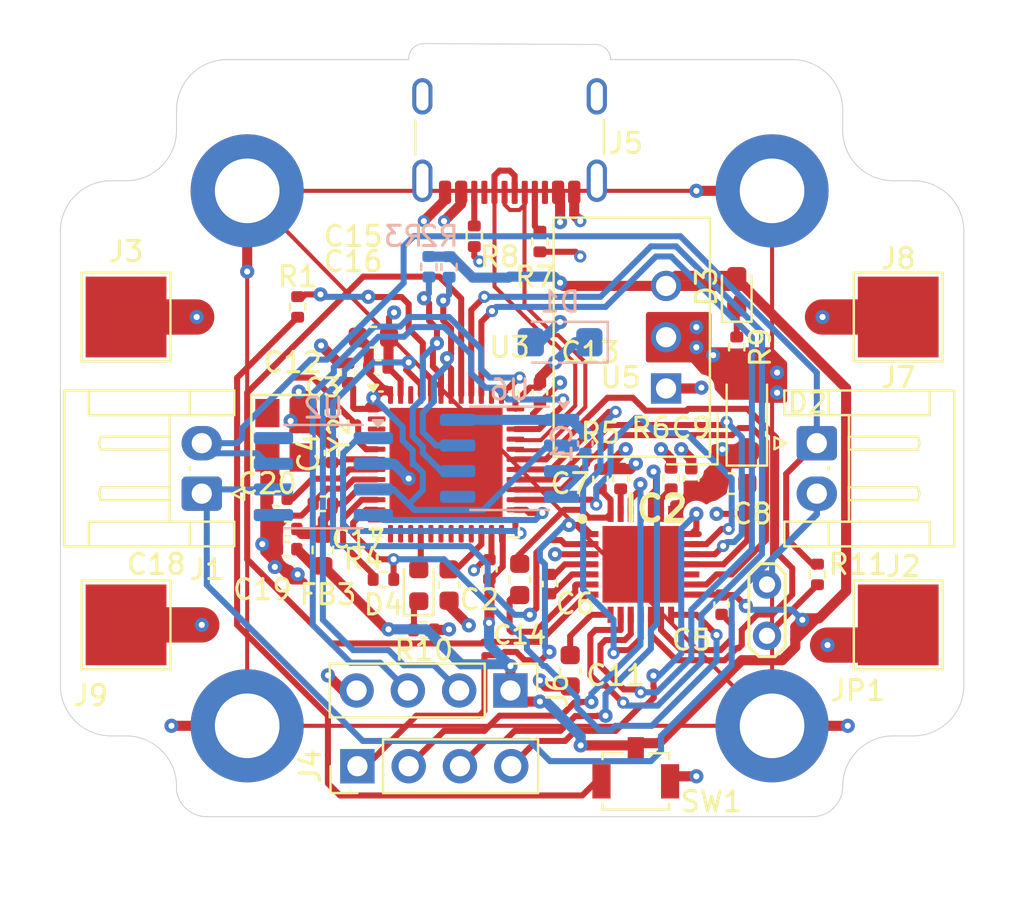
<source format=kicad_pcb>
(kicad_pcb (version 20240108) (generator "pcbnew") (generator_version "8.0")
  (layers (0 "F.Cu" mixed) (1 "In1.Cu" power) (2 "In2.Cu" power) (31 "B.Cu" mixed) (34 "B.Paste" user) (35 "F.Paste" user) (36 "B.SilkS" user "B.Silkscreen") (37 "F.SilkS" user "F.Silkscreen") (38 "B.Mask" user) (39 "F.Mask" user) (44 "Edge.Cuts" user))
  (net 0 "")
  (net 1 "GND")
  (net 2 "+3V3")
  (net 3 "Net-(U3-VCAP_1)")
  (net 4 "Net-(U3-PH0)")
  (net 5 "Net-(U3-PH1)")
  (net 6 "Net-(IC2-CPO)")
  (net 7 "Net-(IC2-CPI)")
  (net 8 "VCC")
  (net 9 "Net-(IC2-VCP)")
  (net 10 "Net-(IC2-5VOUT)")
  (net 11 "+3.3VA")
  (net 12 "/RST")
  (net 13 "Net-(D3-K)")
  (net 14 "Net-(D4-A)")
  (net 15 "Net-(D4-K)")
  (net 16 "/OB1")
  (net 17 "/OA2")
  (net 19 "/MOT_STBY")
  (net 20 "/MOT_DIR")
  (net 21 "/MOT_ENABLE")
  (net 22 "/MOT_DIAG")
  (net 23 "/MOT_SPREAD")
  (net 24 "/MOT_MS1")
  (net 25 "/OA1")
  (net 26 "/MOT_MS2")
  (net 27 "Net-(IC2-BRA)")
  (net 28 "/OB2")
  (net 29 "/MOT_UART_RX")
  (net 30 "Net-(IC2-BRB)")
  (net 31 "/MOT_INDEX")
  (net 33 "/MOT_STEP")
  (net 34 "/CANH")
  (net 35 "/CANL")
  (net 37 "Net-(J5-CC2)")
  (net 38 "Net-(J5-CC1)")
  (net 42 "/SWDCLK")
  (net 43 "/SWDIO")
  (net 44 "/BOOT0")
  (net 45 "Net-(SW1-B)")
  (net 46 "/ESCL")
  (net 47 "/ESDA")
  (net 48 "/MOT_UART_TX")
  (net 51 "/CAN_TX")
  (net 52 "/CAN_RX")
  (net 59 "/USB_D-")
  (net 62 "/USB_D+")
  (net 71 "Net-(JP1-B)")
  (footprint "Crystal:Crystal_SMD_3225-4Pin_3.2x2.5mm" (layer "F.Cu") (at 122.85 102.61 -90)
    (property "Reference" "Y2")
    (property "Value" "16MHz")
  )
  (footprint "Capacitor_SMD:C_0603_1608Metric" (layer "F.Cu") (at 131 110.025 -90)
    (property "Reference" "C2")
    (property "Value" "2.2uF")
  )
  (footprint "Resistor_SMD:R_0402_1005Metric" (layer "F.Cu") (at 142 104.75 -90)
    (property "Reference" "R6")
    (property "Value" "100mOHM")
  )
  (footprint "TestPoint:TestPoint_2Pads_Pitch2.54mm_Drill0.8mm" (layer "F.Cu") (at 146.75 110 -90)
    (property "Reference" "JP1")
    (property "Value" "Jumper_2_Bridged")
  )
  (footprint "Resistor_SMD:R_0402_1005Metric" (layer "F.Cu") (at 129.75 112.25)
    (property "Reference" "R10")
    (property "Value" "1k5")
  )
  (footprint "TestPoint:TestPoint_Pad_4.0x4.0mm" (layer "F.Cu") (at 153.25 112)
    (property "Reference" "J2")
    (property "Value" "Conn_01x01_Pin")
  )
  (footprint "Capacitor_SMD:C_0402_1005Metric" (layer "F.Cu") (at 122.98 108.25 180)
    (property "Reference" "C19")
    (property "Value" "1u")
  )
  (footprint "Resistor_SMD:R_0402_1005Metric" (layer "F.Cu") (at 127.75 109.75 180)
    (property "Reference" "R4")
    (property "Value" "R1k")
  )
  (footprint "Connector_JST:JST_EH_S2B-EH_1x02_P2.50mm_Horizontal" (layer "F.Cu") (at 149.2175 103 -90)
    (property "Reference" "J7")
    (property "Value" "Conn_01x02_Pin")
  )
  (footprint "Diode_SMD:D_SOD-123" (layer "F.Cu") (at 145.75 101.75 90)
    (property "Reference" "D2")
    (property "Value" "D_TVS_30V")
  )
  (footprint "MountingHole:MountingHole_3.2mm_M3_DIN965_Pad" (layer "F.Cu") (at 121 90.5)
    (property "Reference" "H3")
    (property "Value" "MountingHole_Pad")
  )
  (footprint "Capacitor_SMD:C_0402_1005Metric" (layer "F.Cu") (at 144.5 111 -90)
    (property "Reference" "C5")
    (property "Value" "100nF")
  )
  (footprint "Resistor_SMD:R_0402_1005Metric" (layer "F.Cu") (at 123.5 96.25 90)
    (property "Reference" "R1")
    (property "Value" "10K")
  )
  (footprint "Capacitor_SMD:C_0402_1005Metric" (layer "F.Cu") (at 135.5 100.48 -90)
    (property "Reference" "C13")
    (property "Value" "100n")
  )
  (footprint "Capacitor_SMD:C_0402_1005Metric" (layer "F.Cu") (at 126 99.52 90)
    (property "Reference" "C12")
    (property "Value" "100n")
  )
  (footprint "Button_Switch_SMD:SW_SPST_B3U-1100P-B" (layer "F.Cu") (at 140.25 118.93 180)
    (property "Reference" "SW1")
    (property "Value" "SW_SPDT")
  )
  (footprint "Resistor_SMD:R_0402_1005Metric" (layer "F.Cu") (at 145.25 98.25 -90)
    (property "Reference" "R9")
    (property "Value" "1k5")
  )
  (footprint "Capacitor_SMD:C_0603_1608Metric" (layer "F.Cu") (at 134.5 109.75 -90)
    (property "Reference" "C10" (hide yes))
    (property "Value" "100n 16V")
  )
  (footprint "Capacitor_SMD:C_0603_1608Metric" (layer "F.Cu") (at 145 105)
    (property "Reference" "C8")
    (property "Value" "100uF")
  )
  (footprint "Inductor_SMD:L_0603_1608Metric" (layer "F.Cu") (at 124.75 108.2875 -90)
    (property "Reference" "FB3")
    (property "Value" "120R")
  )
  (footprint "Capacitor_SMD:C_0402_1005Metric" (layer "F.Cu") (at 138.5 104.77 90)
    (property "Reference" "C7")
    (property "Value" "100nF")
  )
  (footprint "MountingHole:MountingHole_3.2mm_M3_DIN965_Pad" (layer "F.Cu") (at 121 117)
    (property "Reference" "H4")
    (property "Value" "MountingHole_Pad")
  )
  (footprint "MountingHole:MountingHole_3.2mm_M3_DIN965_Pad" (layer "F.Cu") (at 147 117)
    (property "Reference" "H2")
    (property "Value" "MountingHole_Pad")
  )
  (footprint "TestPoint:TestPoint_Pad_4.0x4.0mm" (layer "F.Cu") (at 115 112)
    (property "Reference" "J9")
    (property "Value" "Conn_01x01_Pin")
  )
  (footprint "TestPoint:TestPoint_Pad_4.0x4.0mm" (layer "F.Cu") (at 153.25 96.75)
    (property "Reference" "J8")
    (property "Value" "Conn_01x01_Pin")
  )
  (footprint "Connector_JST:JST_EH_S2B-EH_1x02_P2.50mm_Horizontal" (layer "F.Cu") (at 118.75 105.5 90)
    (property "Reference" "J1")
    (property "Value" "Conn_01x02_Pin")
  )
  (footprint "Capacitor_SMD:C_0402_1005Metric" (layer "F.Cu") (at 136 109.98 -90)
    (property "Reference" "C6")
    (property "Value" "22nF 50V")
  )
  (footprint "Resistor_SMD:R_0402_1005Metric" (layer "F.Cu") (at 135.5 93.01 -90)
    (property "Reference" "R7")
    (property "Value" "5.1kOhm")
  )
  (footprint "Resistor_SMD:R_0402_1005Metric" (layer "F.Cu") (at 139.5 104.75 -90)
    (property "Reference" "R5")
    (property "Value" "100mOHM")
  )
  (footprint "Capacitor_SMD:C_0402_1005Metric" (layer "F.Cu") (at 125.25 101.48 -90)
    (property "Reference" "C3")
    (property "Value" "10pF")
  )
  (footprint "TestPoint:TestPoint_Pad_4.0x4.0mm" (layer "F.Cu") (at 115 96.75)
    (property "Reference" "J3")
    (property "Value" "Conn_01x01_Pin")
  )
  (footprint "Capacitor_SMD:C_0402_1005Metric" (layer "F.Cu") (at 122.98 107.25 180)
    (property "Reference" "C18")
    (property "Value" "1u")
  )
  (footprint "Resistor_SMD:R_0402_1005Metric" (layer "F.Cu") (at 149.25 109.5 90)
    (property "Reference" "R11")
    (property "Value" "120R")
  )
  (footprint "Resistor_SMD:R_0402_1005Metric" (layer "F.Cu") (at 132.25 92.75 -90)
    (property "Reference" "R8")
    (property "Value" "5.1kOhm")
  )
  (footprint "Capacitor_SMD:C_0402_1005Metric" (layer "F.Cu") (at 122.5 105.75)
    (property "Reference" "C20")
    (property "Value" "100n")
  )
  (footprint "MountingHole:MountingHole_3.2mm_M3_DIN965_Pad" (layer "F.Cu") (at 147 90.5)
    (property "Reference" "H1")
    (property "Value" "MountingHole_Pad")
  )
  (footprint "Converter_DCDC:Converter_DCDC_TRACO_TSR1-xxxxE_THT" (layer "F.Cu") (at 141.75 100.29 180)
    (property "Reference" "U5")
    (property "Value" "TSR1-2433E")
  )
  (footprint "Capacitor_SMD:C_0402_1005Metric" (layer "F.Cu") (at 124.75 106 180)
    (property "Reference" "C17")
    (property "Value" "10n")
  )
  (footprint "Capacitor_SMD:C_0603_1608Metric" (layer "F.Cu") (at 127.25 97.75)
    (property "Reference" "C15")
    (property "Value" "10u")
  )
  (footprint "Connector_PinHeader_2.54mm:PinHeader_1x04_P2.54mm_Vertical" (layer "F.Cu") (at 126.46 119 90)
    (property "Reference" "J4")
    (property "Value" "Conn_01x04_Socket")
  )
  (footprint "Capacitor_SMD:C_0402_1005Metric" (layer "F.Cu") (at 143 104.75 90)
    (property "Reference" "C9")
    (property "Value" "100nF")
  )
  (footprint "Capacitor_SMD:C_0402_1005Metric" (layer "F.Cu") (at 133 109.25 90)
    (property "Reference" "C14")
    (property "Value" "100n")
  )
  (footprint "LED_SMD:LED_0603_1608Metric" (layer "F.Cu") (at 145.25 95.5 90)
    (property "Reference" "D3")
    (property "Value" "Green")
  )
  (footprint "Capacitor_SMD:C_0402_1005Metric" (layer "F.Cu") (at 125.2 103.48 90)
    (property "Reference" "C4")
    (property "Value" "10pF")
  )
  (footprint "Capacitor_SMD:C_0603_1608Metric" (layer "F.Cu") (at 137 114.275 90)
    (property "Reference" "C11")
    (property "Value" "2.2uF 6.3V")
  )
  (footprint "Capacitor_SMD:C_0402_1005Metric" (layer "F.Cu") (at 127.5 99.25)
    (property "Reference" "C16")
    (property "Value" "100n")
  )
  (footprint "Connector_USB:USB_C_Receptacle_GCT_USB4105-xx-A_16P_TopMnt_Horizontal" (layer "F.Cu") (at 134 86.895 180)
    (property "Reference" "J5")
    (property "Value" "USB_C_Receptacle_USB2.0_14P")
  )
  (footprint "LED_SMD:LED_0603_1608Metric" (layer "F.Cu") (at 129.5 110.0375 90)
    (property "Reference" "D4")
    (property "Value" "Red")
  )
  (footprint "KiCad:QFN50P500X500X90-29N" (layer "F.Cu") (at 140.5 109)
    (property "Reference" "IC2")
    (property "Value" "TMC2209-LA" (hide yes))
  )
  (footprint "Package_DFN_QFN:QFN-48-1EP_7x7mm_P0.5mm_EP5.6x5.6mm" (layer "F.Cu") (at 130.85 104.05)
    (property "Reference" "U3")
    (property "Value" "STM32F423CHU6")
  )
  (footprint "Connector_PinHeader_2.54mm:PinHeader_1x04_P2.54mm_Vertical" (layer "F.Cu") (at 134.04 115.25 -90)
    (property "Reference" "J6")
    (property "Value" "Conn_01x04_Pin")
  )
  (footprint "Diode_SMD:D_SMF" (layer "B.Cu") (at 136.5 98 180)
    (property "Reference" "D1")
    (property "Value" "SMF6V0A")
  )
  (footprint "Capacitor_SMD:C_0402_1005Metric" (layer "B.Cu") (at 137.75 103.02 -90)
    (property "Reference" "C1")
    (property "Value" ".1uF")
  )
  (footprint "Package_SO:SOIC-8_3.9x4.9mm_P1.27mm" (layer "B.Cu") (at 124.775 104.655 180)
    (property "Reference" "U2")
    (property "Value" "SN65HVD232")
  )
  (footprint "Resistor_SMD:R_0402_1005Metric" (layer "B.Cu") (at 131 94.27 90)
    (property "Reference" "R2")
    (property "Value" "5K")
  )
  (footprint "Resistor_SMD:R_0402_1005Metric" (layer "B.Cu") (at 130 94.26 90)
    (property "Reference" "R3")
    (property "Value" "5K")
  )
  (footprint "Package_SO:SO-8_3.9x4.9mm_P1.27mm" (layer "B.Cu") (at 134 103.75 180)
    (property "Reference" "U6")
    (property "Value" "MT6701CT")
  )
  (gr_line (start 121 90.5) (end 147 117) (stroke (width 0.2)) (layer "F.Cu"))
  (gr_rect (start 121 90.5) (end 147 117) (stroke (width 0.2)) (fill none) (layer "F.Cu"))
  (gr_arc (start 111.75 92.5) (mid 112.482233 90.732233) (end 114.25 90) (stroke (width 0.05)) (layer "Edge.Cuts"))
  (gr_arc (start 150.5 120) (mid 151.232233 118.232233) (end 153 117.5) (stroke (width 0.05)) (layer "Edge.Cuts"))
  (gr_line (start 156.5 92.5) (end 156.5 115) (stroke (width 0.05)) (layer "Edge.Cuts"))
  (gr_arc (start 154 90) (mid 155.767767 90.732233) (end 156.5 92.5) (stroke (width 0.05)) (layer "Edge.Cuts"))
  (gr_line (start 117.500001 120.22931) (end 117.5 120) (stroke (width 0.05)) (layer "Edge.Cuts"))
  (gr_arc (start 117.5 87.5) (mid 116.767767 89.267767) (end 115 90) (stroke (width 0.05)) (layer "Edge.Cuts"))
  (gr_line (start 111.75 92.5) (end 111.75 115) (stroke (width 0.05)) (layer "Edge.Cuts"))
  (gr_line (start 150.5 86.5) (end 150.5 87.5) (stroke (width 0.05)) (layer "Edge.Cuts"))
  (gr_arc (start 117.5 86.5) (mid 118.232233 84.732233) (end 120 84) (stroke (width 0.05)) (layer "Edge.Cuts"))
  (gr_arc (start 138.207106 83.250001) (mid 138.765808 83.453849) (end 139.001225 84) (stroke (width 0.05)) (layer "Edge.Cuts"))
  (gr_arc (start 156.5 115) (mid 155.767767 116.767767) (end 154 117.5) (stroke (width 0.05)) (layer "Edge.Cuts"))
  (gr_line (start 153 117.5) (end 154 117.5) (stroke (width 0.05)) (layer "Edge.Cuts"))
  (gr_arc (start 150.500001 120.000001) (mid 150.060661 121.060661) (end 149.000001 121.500001) (stroke (width 0.05)) (layer "Edge.Cuts"))
  (gr_line (start 117.5 87.5) (end 117.5 86.5) (stroke (width 0.05)) (layer "Edge.Cuts"))
  (gr_line (start 119 121.5) (end 149 121.5) (stroke (width 0.05)) (layer "Edge.Cuts"))
  (gr_arc (start 115 117.5) (mid 116.767767 118.232233) (end 117.5 120) (stroke (width 0.05)) (layer "Edge.Cuts"))
  (gr_arc (start 148 84) (mid 149.767767 84.732233) (end 150.5 86.5) (stroke (width 0.05)) (layer "Edge.Cuts"))
  (gr_line (start 139.001225 84) (end 148 84) (stroke (width 0.05)) (layer "Edge.Cuts"))
  (gr_line (start 138.207106 83.250001) (end 129.75 83.205881) (stroke (width 0.05)) (layer "Edge.Cuts"))
  (gr_arc (start 114.25 117.5) (mid 112.482233 116.767767) (end 111.75 115) (stroke (width 0.05)) (layer "Edge.Cuts"))
  (gr_arc (start 129.000001 84) (mid 129.203849 83.441298) (end 129.75 83.205881) (stroke (width 0.05)) (layer "Edge.Cuts"))
  (gr_line (start 153 90) (end 154 90) (stroke (width 0.05)) (layer "Edge.Cuts"))
  (gr_line (start 120 84) (end 129 84) (stroke (width 0.05)) (layer "Edge.Cuts"))
  (gr_arc (start 119 121.5) (mid 118.017064 121.139627) (end 117.500001 120.22931) (stroke (width 0.05)) (layer "Edge.Cuts"))
  (gr_arc (start 153 90) (mid 151.232233 89.267767) (end 150.5 87.5) (stroke (width 0.05)) (layer "Edge.Cuts"))
  (gr_line (start 114.25 90) (end 115 90) (stroke (width 0.05)) (layer "Edge.Cuts"))
  (gr_line (start 114.25 117.5) (end 115 117.5) (stroke (width 0.05)) (layer "Edge.Cuts"))
  (segment (start 126.268585 104.8) (end 125.818585 105.25) (width 0.3) (layer "F.Cu") (net 1))
  (segment (start 124.27 106) (end 123.68 106.59) (width 0.3) (layer "F.Cu") (net 1))
  (segment (start 121 90.5) (end 121 94.5) (width 0.5) (layer "F.Cu") (net 1))
  (segment (start 135.5 114.75) (end 135.8 115.05) (width 0.5) (layer "F.Cu") (net 1))
  (segment (start 125.75 115.25) (end 125 114.5) (width 0.5) (layer "F.Cu") (net 1))
  (segment (start 138.76 104.29) (end 139.75 103.3) (width 0.5) (layer "F.Cu") (net 1))
  (segment (start 125.818585 105.25) (end 124.973154 105.25) (width 0.3) (layer "F.Cu") (net 1))
  (segment (start 145 112.694366) (end 144.444366 113.25) (width 0.3) (layer "F.Cu") (net 1))
  (segment (start 130.85 103.65) (end 131.5 103) (width 0.3) (layer "F.Cu") (net 1))
  (segment (start 123.540002 101.51) (end 123.150002 101.9) (width 0.5) (layer "F.Cu") (net 1))
  (segment (start 130.97 112.25) (end 131 112.22) (width 0.5) (layer "F.Cu") (net 1))
  (segment (start 134.2875 101.8) (end 133.1 101.8) (width 0.3) (layer "F.Cu") (net 1))
  (segment (start 135.5 100.96) (end 135.546846 100.96) (width 0.3) (layer "F.Cu") (net 1))
  (segment (start 124.15 101.96) (end 123.7 101.51) (width 0.5) (layer "F.Cu") (net 1))
  (segment (start 128.025 97.75) (end 128 97.775) (width 0.5) (layer "F.Cu") (net 1))
  (segment (start 129.75 92) (end 130.8 90.95) (width 0.5) (layer "F.Cu") (net 1))
  (segment (start 127.4125 104.8) (end 126.268585 104.8) (width 0.3) (layer "F.Cu") (net 1))
  (segment (start 124.973154 105.25) (end 124.27 105.953154) (width 0.3) (layer "F.Cu") (net 1))
  (segment (start 136.249999 108.5) (end 138 108.5) (width 0.3) (layer "F.Cu") (net 1))
  (segment (start 145.775 107.813479) (end 144.588479 109) (width 0.3) (layer "F.Cu") (net 1))
  (segment (start 123.68 106.59) (end 123.113154 106.59) (width 0.3) (layer "F.Cu") (net 1))
  (segment (start 147 90.5) (end 143.25 90.5) (width 0.5) (layer "F.Cu") (net 1))
  (segment (start 137.27 93.52) (end 137.5 93.75) (width 0.3) (layer "F.Cu") (net 1))
  (segment (start 136.499831 100.007015) (end 136.499831 99.999059) (width 0.3) (layer "F.Cu") (net 1))
  (segment (start 141.5 112.25) (end 141.5 111.5) (width 0.3) (layer "F.Cu") (net 1))
  (segment (start 126.42 115.25) (end 125.75 115.25) (width 0.5) (layer "F.Cu") (net 1))
  (segment (start 141.95 119.5) (end 143.25 119.5) (width 0.5) (layer "F.Cu") (net 1))
  (segment (start 125.54 99.04) (end 124.661894 98.161894) (width 0.5) (layer "F.Cu") (net 1))
  (segment (start 131.6 91.15) (end 131.6 90.575) (width 0.5) (layer "F.Cu") (net 1))
  (segment (start 136.5 92.05) (end 136.5 90.675) (width 0.5) (layer "F.Cu") (net 1))
  (segment (start 143 103.8) (end 142.5 103.3) (width 0.5) (layer "F.Cu") (net 1))
  (segment (start 131 110.8) (end 131 111.042894) (width 0.5) (layer "F.Cu") (net 1))
  (segment (start 144.75 111.730761) (end 145 111.980761) (width 0.3) (layer "F.Cu") (net 1))
  (segment (start 125.2 103) (end 125.19 103) (width 0.5) (layer "F.Cu") (net 1))
  (segment (start 132.25 93.26) (end 132.25 93.75) (width 0.3) (layer "F.Cu") (net 1))
  (segment (start 122.518619 108.231381) (end 122.5 108.25) (width 0.5) (layer "F.Cu") (net 1))
  (segment (start 149.75 113) (end 152.25 113) (width 1.75) (layer "F.Cu") (net 1))
  (segment (start 142.5 113.25) (end 141.5 112.25) (width 0.3) (layer "F.Cu") (net 1))
  (segment (start 128.025 97.75) (end 128.025 96.778688) (width 0.3) (layer "F.Cu") (net 1))
  (segment (start 137.2 90.575) (end 137.2 91.7) (width 0.5) (layer "F.Cu") (net 1))
  (segment (start 147 117) (end 150.75 117) (width 0.5) (layer "F.Cu") (net 1))
  (segment (start 152.25 113) (end 153.25 112) (width 1.75) (layer "F.Cu") (net 1))
  (segment (start 145.775 106.5) (end 145.775 107.813479) (width 0.3) (layer "F.Cu") (net 1))
  (segment (start 145 111.980761) (end 145 112.694366) (width 0.3) (layer "F.Cu") (net 1))
  (segment (start 123.113154 106.59) (end 122.5 107.203154) (width 0.3) (layer "F.Cu") (net 1))
  (segment (start 128.6 100.6125) (end 128.6 99.87) (width 0.3) (layer "F.Cu") (net 1))
  (segment (start 132.25 93.75) (end 132.5 94) (width 0.3) (layer "F.Cu") (net 1))
  (segment (start 135.16 101.55) (end 135.5 101.21) (width 0.3) (layer "F.Cu") (net 1))
  (segment (start 133.1 108.67) (end 133 108.77) (width 0.3) (layer "F.Cu") (net 1))
  (segment (start 122.518619 107.268619) (end 122.518619 108.231381) (width 0.5) (layer "F.Cu") (net 1))
  (segment (start 134.2875 101.8) (end 135.16 101.8) (width 0.3) (layer "F.Cu") (net 1))
  (segment (start 143 104.27) (end 143 103.8) (width 0.5) (layer "F.Cu") (net 1))
  (segment (start 122.5 107.25) (end 122.518619 107.268619) (width 0.5) (layer "F.Cu") (net 1))
  (segment (start 140.5 109) (end 143 109) (width 0.3) (layer "F.Cu") (net 1))
  (segment (start 140.25392 104.00392) (end 139.96784 104.29) (width 0.5) (layer "F.Cu") (net 1))
  (segment (start 145.775 106.5) (end 144.25 106.5) (width 0.3) (layer "F.Cu") (net 1))
  (segment (start 130.75 92) (end 131.6 91.15) (width 0.5) (layer "F.Cu") (net 1))
  (segment (start 124.27 105.953154) (end 124.27 106) (width 0.3) (layer "F.Cu") (net 1))
  (segment (start 135.8 115.05) (end 137 115.05) (width 0.5) (layer "F.Cu") (net 1))
  (segment (start 137.2 91.7) (end 137.5 92) (width 0.5) (layer "F.Cu") (net 1))
  (segment (start 123.7 101.51) (end 123.540002 101.51) (width 0.5) (layer "F.Cu") (net 1))
  (segment (start 131 111.042894) (end 131.978553 112.021447) (width 0.5) (layer "F.Cu") (net 1))
  (segment (start 141.5 103.3) (end 142 103.8) (width 0.5) (layer "F.Cu") (net 1))
  (segment (start 118.75 112) (end 115 112) (width 1.75) (layer "F.Cu") (net 1))
  (segment (start 133.1 101.8) (end 130.85 104.05) (width 0.3) (layer "F.Cu") (net 1))
  (segment (start 144.444366 113.25) (end 142.5 113.25) (width 0.3) (layer "F.Cu") (net 1))
  (segment (start 135.546846 100.96) (end 136.499831 100.007015) (width 0.3) (layer "F.Cu") (net 1))
  (segment (start 125.25 101.96) (end 124.15 101.96) (width 0.5) (layer "F.Cu") (net 1))
  (segment (start 128 97.775) (end 128 99.23) (width 0.5) (layer "F.Cu") (net 1))
  (segment (start 125.19 103) (end 123.7 101.51) (width 0.5) (layer "F.Cu") (net 1))
  (segment (start 132.759336 108.77) (end 133 108.77) (width 0.3) (layer "F.Cu") (net 1))
  (segment (start 139.96784 104.29) (end 138.5 104.29) (width 0.5) (layer "F.Cu") (net 1))
  (segment (start 136.5 90.675) (end 136.4 90.575) (width 0.5) (layer "F.Cu") (net 1))
  (segment (start 126 99.04) (end 125.54 99.04) (width 0.5) (layer "F.Cu") (net 1))
  (segment (start 135.5 93.52) (end 137.27 93.52) (width 0.3) (layer "F.Cu") (net 1))
  (segment (start 122.5 107.203154) (end 122.5 107.25) (width 0.3) (layer "F.Cu") (net 1))
  (segment (start 128 99.23) (end 127.98 99.25) (width 0.5) (layer "F.Cu") (net 1))
  (segment (start 144.588479 109) (end 143 109) (width 0.3) (layer "F.Cu") (net 1))
  (segment (start 130.26 112.25) (end 130.97 112.25) (width 0.5) (layer "F.Cu") (net 1))
  (segment (start 132.233771 109.295565) (end 132.759336 108.77) (width 0.3) (layer "F.Cu") (net 1))
  (segment (start 135.16 101.8) (end 135.16 101.55) (width 0.3) (layer "F.Cu") (net 1))
  (segment (start 122 103.61) (end 122 103.71) (width 0.3) (layer "F.Cu") (net 1))
  (segment (start 128.6 99.87) (end 127.98 99.25) (width 0.3) (layer "F.Cu") (net 1))
  (segment (start 142 103.8) (end 142 104.24) (width 0.5) (layer "F.Cu") (net 1))
  (segment (start 133.1 107.4875) (end 133.1 108.67) (width 0.3) (layer "F.Cu") (net 1))
  (segment (start 117.25 117) (end 121 117) (width 0.5) (layer "F.Cu") (net 1))
  (segment (start 138.5 104.29) (end 138.76 104.29) (width 0.5) (layer "F.Cu") (net 1))
  (segment (start 128.025 96.778688) (end 128.276844 96.526844) (width 0.3) (layer "F.Cu") (net 1))
  (segment (start 130.8 90.95) (end 130.8 90.575) (width 0.5) (layer "F.Cu") (net 1))
  (segment (start 145.775 105) (end 145.775 106.5) (width 0.3) (layer "F.Cu") (net 1))
  (segment (start 128.025 97.75) (end 128.275 97.75) (width 0.3) (layer "F.Cu") (net 1))
  (via (at 129.75 92) (size 0.6) (drill 0.3) (layers "F.Cu" "B.Cu") (net 1))
  (via (at 123.150002 101.9) (size 0.7) (drill 0.3) (layers "F.Cu" "B.Cu") (net 1))
  (via (at 124.661894 98.161894) (size 0.7) (drill 0.3) (layers "F.Cu" "B.Cu") (net 1))
  (via (at 136.5 92.05) (size 0.7) (drill 0.3) (layers "F.Cu" "B.Cu") (net 1))
  (via (at 137.5 92) (size 0.6) (drill 0.3) (layers "F.Cu" "B.Cu") (net 1))
  (via (at 141.5 103.3) (size 0.7) (drill 0.3) (layers "F.Cu" "B.Cu") (net 1))
  (via (at 122.369975 109.130025) (size 0.7) (drill 0.3) (layers "F.Cu" "B.Cu") (net 1))
  (via (at 136.5 97) (size 0.7) (drill 0.3) (layers "F.Cu" "B.Cu") (net 1))
  (via (at 140.25392 104.00392) (size 0.7) (drill 0.3) (layers "F.Cu" "B.Cu") (net 1))
  (via (at 130.75 92) (size 0.6) (drill 0.3) (layers "F.Cu" "B.Cu") (net 1))
  (via (at 143.25 97.25) (size 0.7) (drill 0.3) (layers "F.Cu" "B.Cu") (net 1))
  (via (at 131 112.22) (size 0.7) (drill 0.3) (layers "F.Cu" "B.Cu") (net 1))
  (via (at 131.978553 112.021447) (size 0.7) (drill 0.3) (layers "F.Cu" "B.Cu") (net 1))
  (via (at 123.556191 100.45) (size 0.7) (drill 0.3) (layers "F.Cu" "B.Cu") (net 1))
  (via (at 132.233771 109.295565) (size 0.6) (drill 0.3) (layers "F.Cu" "B.Cu") (net 1))
  (via (at 139.75 103.3) (size 0.7) (drill 0.3) (layers "F.Cu" "B.Cu") (net 1))
  (via (at 121 94.5) (size 0.7) (drill 0.3) (layers "F.Cu" "B.Cu") (net 1))
  (via (at 144.25 106.5) (size 0.7) (drill 0.3) (layers "F.Cu" "B.Cu") (net 1))
  (via (at 135.5 114.75) (size 0.7) (drill 0.3) (layers "F.Cu" "B.Cu") (net 1))
  (via (at 123.5 109.5) (size 0.7) (drill 0.3) (layers "F.Cu" "B.Cu") (net 1))
  (via (at 128.276844 96.526844) (size 0.7) (drill 0.3) (layers "F.Cu" "B.Cu") (net 1))
  (via (at 143.25 98.25) (size 0.7) (drill 0.3) (layers "F.Cu" "B.Cu") (net 1))
  (via (at 147.25 99.5) (size 0.7) (drill 0.3) (layers "F.Cu" "B.Cu") (net 1))
  (via (at 129 104.75) (size 0.7) (drill 0.3) (layers "F.Cu" "B.Cu") (net 1))
  (via (at 150.75 117) (size 0.7) (drill 0.3) (layers "F.Cu" "B.Cu") (net 1))
  (via (at 121.75 108) (size 0.7) (drill 0.3) (layers "F.Cu" "B.Cu") (net 1))
  (via (at 147.25 100.5) (size 0.7) (drill 0.3) (layers "F.Cu" "B.Cu") (net 1))
  (via (at 142.5 103.3) (size 0.7) (drill 0.3) (layers "F.Cu" "B.Cu") (net 1))
  (via (at 125 114.5) (size 0.7) (drill 0.3) (layers "F.Cu" "B.Cu") (net 1))
  (via (at 118.75 112) (size 0.7) (drill 0.3) (layers "F.Cu" "B.Cu") (net 1))
  (via (at 132.5 94) (size 0.6) (drill 0.3) (layers "F.Cu" "B.Cu") (net 1))
  (via (at 136.499831 99.999059) (size 0.7) (drill 0.3) (layers "F.Cu" "B.Cu") (net 1))
  (via (at 117.25 117) (size 0.7) (drill 0.3) (layers "F.Cu" "B.Cu") (net 1))
  (via (at 149.75 113) (size 0.7) (drill 0.3) (layers "F.Cu" "B.Cu") (net 1))
  (via (at 143.25 119.5) (size 0.7) (drill 0.3) (layers "F.Cu" "B.Cu") (net 1))
  (via (at 136.249999 108.5) (size 0.7) (drill 0.3) (layers "F.Cu" "B.Cu") (net 1))
  (via (at 137.5 93.75) (size 0.6) (drill 0.3) (layers "F.Cu" "B.Cu") (net 1))
  (via (at 144.08507 98.643932) (size 0.7) (drill 0.3) (layers "F.Cu" "B.Cu") (net 1))
  (via (at 143.25 90.5) (size 0.7) (drill 0.3) (layers "F.Cu" "B.Cu") (net 1))
  (segment (start 127.25 104.02) (end 128.27 104.02) (width 0.5) (layer "B.Cu") (net 1))
  (segment (start 135.5 98) (end 136.5 97) (width 0.5) (layer "B.Cu") (net 1))
  (segment (start 137.75 103.5) (end 137.75 104.335788) (width 0.3) (layer "B.Cu") (net 1))
  (segment (start 128.27 104.02) (end 129 104.75) (width 0.5) (layer "B.Cu") (net 1))
  (segment (start 137.75 104.335788) (end 136.430788 105.655) (width 0.3) (layer "B.Cu") (net 1))
  (segment (start 135.05 98) (end 135.5 98) (width 0.5) (layer "B.Cu") (net 1))
  (segment (start 135.05 98.034926) (end 135.05 98) (width 0.5) (layer "B.Cu") (net 1))
  (segment (start 136.430788 105.655) (end 136.075 105.655) (width 0.3) (layer "B.Cu") (net 1))
  (segment (start 128 112.22) (end 127.895 112.22) (width 0.5) (layer "F.Cu") (net 2))
  (segment (start 149.201167 111.675) (end 148.57495 111.675) (width 0.5) (layer "F.Cu") (net 2))
  (segment (start 136.66 95.21) (end 136.5 95.05) (width 0.5) (layer "F.Cu") (net 2))
  (segment (start 141.75 95.21) (end 142.2475 94.7125) (width 0.5) (layer "F.Cu") (net 2))
  (segment (start 126.32 101.3) (end 126.25 101.23) (width 0.3) (layer "F.Cu") (net 2))
  (segment (start 133 109.73) (end 133.046846 109.73) (width 0.3) (layer "F.Cu") (net 2))
  (segment (start 140.25 118.11) (end 140.109975 117.969975) (width 0.5) (layer "F.Cu") (net 2))
  (segment (start 127.075 101.225) (end 127.4125 101.225) (width 0.5) (layer "F.Cu") (net 2))
  (segment (start 148.15 113.1) (end 147.5 113.75) (width 0.5) (layer "F.Cu") (net 2))
  (segment (start 148.563084 112.313084) (end 148.15 112.726167) (width 0.5) (layer "F.Cu") (net 2))
  (segment (start 145.599318 95.21) (end 150.6675 100.278182) (width 0.5) (layer "F.Cu") (net 2))
  (segment (start 141.75 95.21) (end 136.66 95.21) (width 0.5) (layer "F.Cu") (net 2))
  (segment (start 133.046846 109.73) (end 133.66 109.116846) (width 0.3) (layer "F.Cu") (net 2))
  (segment (start 148.57495 111.675) (end 148.499975 111.749975) (width 0.5) (layer "F.Cu") (net 2))
  (segment (start 150.6675 100.278182) (end 150.6675 110.3325) (width 0.5) (layer "F.Cu") (net 2))
  (segment (start 127.25 101.05) (end 127.075 101.225) (width 0.5) (layer "F.Cu") (net 2))
  (segment (start 127.4125 101.3) (end 126.32 101.3) (width 0.3) (layer "F.Cu") (net 2))
  (segment (start 148.563084 111.813084) (end 148.499975 111.749975) (width 0.5) (layer "F.Cu") (net 2))
  (segment (start 150.6675 110.3325) (end 149.325 111.675) (width 0.5) (layer "F.Cu") (net 2))
  (segment (start 135 100.25) (end 135.5 100.25) (width 0.3) (layer "F.Cu") (net 2))
  (segment (start 133.66 109.116846) (end 133.66 107.5475) (width 0.3) (layer "F.Cu") (net 2))
  (segment (start 148.15 112.726167) (end 148.15 112.09995) (width 0.5) (layer "F.Cu") (net 2))
  (segment (start 127.895 112.22) (end 124.75 109.075) (width 0.5) (layer "F.Cu") (net 2))
  (segment (start 147.5 113.75) (end 145.5 113.75) (width 0.5) (layer "F.Cu") (net 2))
  (segment (start 126.25 101.23) (end 126.25 100.25) (width 0.3) (layer "F.Cu") (net 2))
  (segment (start 134.59 115.8) (end 135.5 115.8) (width 0.5) (layer "F.Cu") (net 2))
  (segment (start 149.325 111.675) (end 149.201167 111.675) (width 0.5) (layer "F.Cu") (net 2))
  (segment (start 148.15 112.726167) (end 148.15 113.1) (width 0.5) (layer "F.Cu") (net 2))
  (segment (start 134.04 114.04) (end 134.04 115.25) (width 0.5) (layer "F.Cu") (net 2))
  (segment (start 141.39 117.86) (end 140.25 117.86) (width 0.5) (layer "F.Cu") (net 2))
  (segment (start 140.109975 117.969975) (end 138.25 117.969975) (width 0.5) (layer "F.Cu") (net 2))
  (segment (start 127.61875 100.38125) (end 127.86875 100.38125) (width 0.5) (layer "F.Cu") (net 2))
  (segment (start 138 117.969975) (end 137.519975 117.969975) (width 0.5) (layer "F.Cu") (net 2))
  (segment (start 145.159948 110.52) (end 145.699999 111.060051) (width 0.3) (layer "F.Cu") (net 2))
  (segment (start 127.02 98.27) (end 127.02 99.25) (width 0.5) (layer "F.Cu") (net 2))
  (segment (start 133 111.880984) (end 132.980873 111.900111) (width 0.5) (layer "F.Cu") (net 2))
  (segment (start 148.813084 112.063084) (end 148.499975 111.749975) (width 0.5) (layer "F.Cu") (net 2))
  (segment (start 138.25 117.969975) (end 138 117.969975) (width 0.5) (layer "F.Cu") (net 2))
  (segment (start 127.25 100.75) (end 127.25 101.05) (width 0.5) (layer "F.Cu") (net 2))
  (segment (start 141.75 95.21) (end 145.599318 95.21) (width 0.5) (layer "F.Cu") (net 2))
  (segment (start 124.75 109.075) (end 124.285 109.075) (width 0.5) (layer "F.Cu") (net 2))
  (segment (start 148.813084 112.063084) (end 148.563084 112.313084) (width 0.5) (layer "F.Cu") (net 2))
  (segment (start 133.66 107.5475) (end 133.6 107.4875) (width 0.3) (layer "F.Cu") (net 2))
  (segment (start 145.5 113.75) (end 141.39 117.86) (width 0.5) (layer "F.Cu") (net 2))
  (segment (start 148.563084 112.313084) (end 148.563084 111.813084) (width 0.5) (layer "F.Cu") (net 2))
  (segment (start 148.15 112.09995) (end 148.499975 111.749975) (width 0.5) (layer "F.Cu") (net 2))
  (segment (start 126.75 98) (end 127.02 98.27) (width 0.5) (layer "F.Cu") (net 2))
  (segment (start 124.285 109.075) (end 123.46 108.25) (width 0.5) (layer "F.Cu") (net 2))
  (segment (start 127.25 100.75) (end 127.61875 100.38125) (width 0.5) (layer "F.Cu") (net 2))
  (segment (start 144.5 110.52) (end 145.159948 110.52) (width 0.3) (layer "F.Cu") (net 2))
  (segment (start 135 100.25) (end 134.2875 100.9625) (width 0.3) (layer "F.Cu") (net 2))
  (segment (start 136.25 99) (end 135.5 99.75) (width 0.5) (layer "F.Cu") (net 2))
  (segment (start 126.25 100.25) (end 126 100) (width 0.3) (layer "F.Cu") (net 2))
  (segment (start 144.48 110.5) (end 144.5 110.52) (width 0.3) (layer "F.Cu") (net 2))
  (segment (start 142.2475 94.7125) (end 145.25 94.7125) (width 0.5) (layer "F.Cu") (net 2))
  (segment (start 149.201167 111.675) (end 148.813084 112.063084) (width 0.5) (layer "F.Cu") (net 2))
  (segment (start 126.475 98) (end 126.75 98) (width 0.5) (layer "F.Cu") (net 2))
  (segment (start 134.2875 100.9625) (end 134.2875 101.3) (width 0.3) (layer "F.Cu") (net 2))
  (segment (start 135.5 99.75) (end 135.5 100) (width 0.5) (layer "F.Cu") (net 2))
  (segment (start 128.1 100.6125) (end 127.86875 100.38125) (width 0.3) (layer "F.Cu") (net 2))
  (segment (start 127.86875 100.38125) (end 127.02 99.5325) (width 0.3) (layer "F.Cu") (net 2))
  (segment (start 127.02 99.5325) (end 127.02 99.25) (width 0.3) (layer "F.Cu") (net 2))
  (segment (start 140.25 117.86) (end 140.25 117.75) (width 0.3) (layer "F.Cu") (net 2))
  (segment (start 143 110.5) (end 144.48 110.5) (width 0.3) (layer "F.Cu") (net 2))
  (segment (start 134.04 115.25) (end 134.59 115.8) (width 0.5) (layer "F.Cu") (net 2))
  (segment (start 133 109.73) (end 133 111.880984) (width 0.5) (layer "F.Cu") (net 2))
  (via (at 132.980873 111.900111) (size 0.6) (drill 0.3) (layers "F.Cu" "B.Cu") (net 2))
  (via (at 148.499975 111.749975) (size 0.7) (drill 0.3) (layers "F.Cu" "B.Cu") (net 2))
  (via (at 134.04 114.04) (size 0.7) (drill 0.3) (layers "F.Cu" "B.Cu") (net 2))
  (via (at 135.5 115.8) (size 0.7) (drill 0.3) (layers "F.Cu" "B.Cu") (net 2))
  (via (at 136.25 99) (size 0.7) (drill 0.3) (layers "F.Cu" "B.Cu") (net 2))
  (via (at 137.519975 117.969975) (size 0.7) (drill 0.3) (layers "F.Cu" "B.Cu") (net 2))
  (via (at 127.25 100.75) (size 0.7) (drill 0.3) (layers "F.Cu" "B.Cu") (net 2))
  (via (at 145.699999 111.060051) (size 0.7) (drill 0.3) (layers "F.Cu" "B.Cu") (net 2))
  (via (at 136.5 95.05) (size 0.7) (drill 0.3) (layers "F.Cu" "B.Cu") (net 2))
  (via (at 128 112.22) (size 0.7) (drill 0.3) (layers "F.Cu" "B.Cu") (net 2))
  (segment (start 128.973738 106) (end 129.278738 106.305) (width 0.3) (layer "B.Cu") (net 2))
  (segment (start 128.263738 105.29) (end 128.973738 106) (width 0.3) (layer "B.Cu") (net 2))
  (segment (start 127.25 100.75) (end 128.7 102.2) (width 0.3) (layer "B.Cu") (net 2))
  (segment (start 131.598629 113.95) (end 129.868629 112.22) (width 0.5) (layer "B.Cu") (net 2))
  (segment (start 133.95 113.95) (end 131.598629 113.95) (width 0.5) (layer "B.Cu") (net 2))
  (segment (start 129.7 104.46005) (end 129.7 105.326262) (width 0.3) (layer "B.Cu") (net 2))
  (segment (start 135.5 115.8) (end 135.8 115.8) (width 0.5) (layer "B.Cu") (net 2))
  (segment (start 131 93.76) (end 130.01 93.76) (width 0.5) (layer "B.Cu") (net 2))
  (segment (start 127.7 105.29) (end 128.263738 105.29) (width 0.3) (layer "B.Cu") (net 2))
  (segment (start 135.8 115.8) (end 137.519975 117.519975) (width 0.5) (layer "B.Cu") (net 2))
  (segment (start 128.7 102.864213) (end 129.2 103.364213) (width 0.3) (layer "B.Cu") (net 2))
  (segment (start 129 106.026262) (end 128.973738 106) (width 0.3) (layer "B.Cu") (net 2))
  (segment (start 131.131056 93.76) (end 131 93.76) (width 0.5) (layer "B.Cu") (net 2))
  (segment (start 137.95 98) (end 137.25 98) (width 0.5) (layer "B.Cu") (net 2))
  (segment (start 148.499975 111.749975) (end 148 111.25) (width 0.3) (layer "B.Cu") (net 2))
  (segment (start 134.04 114.04) (end 132.980873 112.980873) (width 0.5) (layer "B.Cu") (net 2))
  (segment (start 134 94.75) (end 133.95 94.8) (width 0.5) (layer "B.Cu") (net 2))
  (segment (start 129.2 104.05) (end 129.28995 104.05) (width 0.3) (layer "B.Cu") (net 2))
  (segment (start 128.7 102.2) (end 128.7 102.864213) (width 0.3) (layer "B.Cu") (net 2))
  (segment (start 129.2 103.364213) (end 129.2 104.05) (width 0.3) (layer "B.Cu") (net 2))
  (segment (start 133.95 94.8) (end 132.171056 94.8) (width 0.5) (layer "B.Cu") (net 2))
  (segment (start 137.519975 117.519975) (end 137.519975 117.969975) (width 0.5) (layer "B.Cu") (net 2))
  (segment (start 132.980873 112.980873) (end 132.980873 111.900111) (width 0.5) (layer "B.Cu") (net 2))
  (segment (start 136.5 95.05) (end 136.2 94.75) (width 0.5) (layer "B.Cu") (net 2))
  (segment (start 136.2 94.75) (end 134 94.75) (width 0.5) (layer "B.Cu") (net 2))
  (segment (start 132.695 106.305) (end 135.885 103.115) (width 0.3) (layer "B.Cu") (net 2))
  (segment (start 148 111.25) (end 145.889948 111.25) (width 0.3) (layer "B.Cu") (net 2))
  (segment (start 129.278738 106.305) (end 132.695 106.305) (width 0.3) (layer "B.Cu") (net 2))
  (segment (start 134.04 114.04) (end 133.95 113.95) (width 0.5) (layer "B.Cu") (net 2))
  (segment (start 130.01 93.76) (end 130 93.75) (width 0.5) (layer "B.Cu") (net 2))
  (segment (start 145.889948 111.25) (end 145.699999 111.060051) (width 0.3) (layer "B.Cu") (net 2))
  (segment (start 141.75 95.21) (end 141.75 95.25) (width 0.5) (layer "B.Cu") (net 2))
  (segment (start 130.925 101.845) (end 137.055 101.845) (width 0.5) (layer "B.Cu") (net 2))
  (segment (start 129.28995 104.05) (end 129.7 104.46005) (width 0.3) (layer "B.Cu") (net 2))
  (segment (start 129.7 105.326262) (end 129 106.026262) (width 0.3) (layer "B.Cu") (net 2))
  (segment (start 132.171056 94.8) (end 131.131056 93.76) (width 0.5) (layer "B.Cu") (net 2))
  (segment (start 137.055 101.845) (end 137.75 102.54) (width 0.5) (layer "B.Cu") (net 2))
  (segment (start 129.868629 112.22) (end 128 112.22) (width 0.5) (layer "B.Cu") (net 2))
  (segment (start 135.885 103.115) (end 136.075 103.115) (width 0.3) (layer "B.Cu") (net 2))
  (segment (start 137.25 98) (end 136.25 99) (width 0.5) (layer "B.Cu") (net 2))
  (segment (start 132.6 107.4875) (end 132.6 108.010096) (width 0.3) (layer "F.Cu") (net 3))
  (segment (start 131.360096 109.25) (end 131.25 109.25) (width 0.3) (layer "F.Cu") (net 3))
  (segment (start 132.6 108.010096) (end 131.360096 109.25) (width 0.3) (layer "F.Cu") (net 3))
  (segment (start 125.19 100.69) (end 124.25 99.75) (width 0.3) (layer "F.Cu") (net 4))
  (segment (start 122 102.05) (end 122 101.8) (width 0.3) (layer "F.Cu") (net 4))
  (segment (start 126.889904 103.3) (end 126.5 102.910096) (width 0.3) (layer "F.Cu") (net 4))
  (segment (start 122 102) (end 122 101.51) (width 0.3) (layer "F.Cu") (net 4))
  (segment (start 126.5 102) (end 126.46 101.96) (width 0.3) (layer "F.Cu") (net 4))
  (segment (start 124.25 99.75) (end 123.25 99.75) (width 0.3) (layer "F.Cu") (net 4))
  (segment (start 125.19 101) (end 125.19 100.69) (width 0.3) (layer "F.Cu") (net 4))
  (segment (start 122 101) (end 122 101.51) (width 0.3) (layer "F.Cu") (net 4))
  (segment (start 126.5 102.910096) (end 126.5 102) (width 0.3) (layer "F.Cu") (net 4))
  (segment (start 127.4125 103.3) (end 126.889904 103.3) (width 0.3) (layer "F.Cu") (net 4))
  (segment (start 126.5 102) (end 126.312894 102) (width 0.3) (layer "F.Cu") (net 4))
  (segment (start 125.312894 101) (end 125.25 101) (width 0.3) (layer "F.Cu") (net 4))
  (segment (start 126.312894 102) (end 125.312894 101) (width 0.3) (layer "F.Cu") (net 4))
  (segment (start 123.25 99.75) (end 122 101) (width 0.3) (layer "F.Cu") (net 4))
  (segment (start 127.4125 103.8) (end 125.854372 103.8) (width 0.3) (layer "F.Cu") (net 5))
  (segment (start 125.714372 103.94) (end 123.93 103.94) (width 0.3) (layer "F.Cu") (net 5))
  (segment (start 123.93 103.94) (end 123.7 103.71) (width 0.3) (layer "F.Cu") (net 5))
  (segment (start 123.93 104.23) (end 123.7 104) (width 0.3) (layer "F.Cu") (net 5))
  (segment (start 125.854372 103.8) (end 125.714372 103.94) (width 0.3) (layer "F.Cu") (net 5))
  (segment (start 136.239949 109.5) (end 136 109.5) (width 0.3) (layer "F.Cu") (net 6))
  (segment (start 138 109) (end 136.739949 109) (width 0.3) (layer "F.Cu") (net 6))
  (segment (start 136.739949 109) (end 136.239949 109.5) (width 0.3) (layer "F.Cu") (net 6))
  (segment (start 136.132894 110.46) (end 136 110.46) (width 0.3) (layer "F.Cu") (net 7))
  (segment (start 138 109.5) (end 137.092894 109.5) (width 0.3) (layer "F.Cu") (net 7))
  (segment (start 137.092894 109.5) (end 136.132894 110.46) (width 0.3) (layer "F.Cu") (net 7))
  (segment (start 139 106.5) (end 139 106.75) (width 0.3) (layer "F.Cu") (net 8))
  (segment (start 139 105.8) (end 138.5 105.3) (width 0.3) (layer "F.Cu") (net 8))
  (segment (start 138.5 105.3) (end 138.5 105.25) (width 0.3) (layer "F.Cu") (net 8))
  (segment (start 139 106.5) (end 138.809619 106.690381) (width 0.3) (layer "F.Cu") (net 8))
  (segment (start 137.530329 106.3) (end 136.7 106.3) (width 0.3) (layer "F.Cu") (net 8))
  (segment (start 136.7 106.3) (end 134.25 108.75) (width 0.3) (layer "F.Cu") (net 8))
  (segment (start 134.25 108.75) (end 134.25 108.975) (width 0.3) (layer "F.Cu") (net 8))
  (segment (start 138.809619 106.690381) (end 137.92071 106.690381) (width 0.3) (layer "F.Cu") (net 8))
  (segment (start 141.75 100.29) (end 143.46 100.29) (width 0.5) (layer "F.Cu") (net 8))
  (segment (start 153.25 96.75) (end 149.5 96.75) (width 1.75) (layer "F.Cu") (net 8))
  (segment (start 115 96.75) (end 118.5 96.75) (width 1.75) (layer "F.Cu") (net 8))
  (segment (start 143.46 100.29) (end 143.5 100.25) (width 0.5) (layer "F.Cu") (net 8))
  (segment (start 139 106.5) (end 139 105.8) (width 0.3) (layer "F.Cu") (net 8))
  (segment (start 137.92071 106.690381) (end 137.530329 106.3) (width 0.3) (layer "F.Cu") (net 8))
  (segment (start 144.539949 103.299999) (end 144.63995 103.4) (width 0.3) (layer "F.Cu") (net 8))
  (segment (start 144.63995 103.4) (end 145.75 103.4) (width 0.3) (layer "F.Cu") (net 8))
  (via (at 149.5 96.75) (size 0.7) (drill 0.3) (layers "F.Cu" "B.Cu") (net 8))
  (via (at 144.539949 103.299999) (size 0.7) (drill 0.3) (layers "F.Cu" "B.Cu") (net 8))
  (via (at 118.5 96.75) (size 0.7) (drill 0.3) (layers "F.Cu" "B.Cu") (net 8))
  (via (at 143.5 100.25) (size 0.7) (drill 0.3) (layers "F.Cu" "B.Cu") (net 8))
  (segment (start 137.25 110.05) (end 137.25 110.365091) (width 0.3) (layer "F.Cu") (net 9))
  (segment (start 134 110.775) (end 134.25 110.525) (width 0.3) (layer "F.Cu") (net 9))
  (segment (start 134.09 112.34) (end 134 112.25) (width 0.3) (layer "F.Cu") (net 9))
  (segment (start 138 110) (end 137.3 110) (width 0.3) (layer "F.Cu") (net 9))
  (segment (start 137.25 110.365091) (end 135.275091 112.34) (width 0.3) (layer "F.Cu") (net 9))
  (segment (start 135.275091 112.34) (end 134.09 112.34) (width 0.3) (layer "F.Cu") (net 9))
  (segment (start 137.3 110) (end 137.25 110.05) (width 0.3) (layer "F.Cu") (net 9))
  (segment (start 134 112.25) (end 134 110.775) (width 0.3) (layer "F.Cu") (net 9))
  (segment (start 138.05 111.5) (end 137 112.55) (width 0.3) (layer "F.Cu") (net 10))
  (segment (start 137 112.55) (end 137 113.5) (width 0.3) (layer "F.Cu") (net 10))
  (segment (start 139 111.5) (end 138.05 111.5) (width 0.3) (layer "F.Cu") (net 10))
  (segment (start 125.23 106) (end 125.23 106.309999) (width 0.5) (layer "F.Cu") (net 11))
  (segment (start 125.775691 106) (end 125.23 106) (width 0.3) (layer "F.Cu") (net 11))
  (segment (start 124.75 106.789999) (end 124.75 107.5) (width 0.5) (layer "F.Cu") (net 11))
  (segment (start 126.475691 105.3) (end 125.775691 106) (width 0.3) (layer "F.Cu") (net 11))
  (segment (start 124.75 107.5) (end 123.71 107.5) (width 0.5) (layer "F.Cu") (net 11))
  (segment (start 123.71 107.5) (end 123.46 107.25) (width 0.5) (layer "F.Cu") (net 11))
  (segment (start 125.23 106.309999) (end 124.75 106.789999) (width 0.5) (layer "F.Cu") (net 11))
  (segment (start 127.4125 105.3) (end 126.475691 105.3) (width 0.3) (layer "F.Cu") (net 11))
  (segment (start 127.4125 104.3) (end 126.061479 104.3) (width 0.3) (layer "F.Cu") (net 12))
  (segment (start 126.061479 104.3) (end 125.611479 104.75) (width 0.3) (layer "F.Cu") (net 12))
  (segment (start 125.611479 104.75) (end 124.66 104.75) (width 0.3) (layer "F.Cu") (net 12))
  (segment (start 123.25 105.75) (end 122.98 105.75) (width 0.3) (layer "F.Cu") (net 12))
  (segment (start 124.66 104.75) (end 124.65 104.76) (width 0.3) (layer "F.Cu") (net 12))
  (segment (start 124.24 104.76) (end 123.25 105.75) (width 0.3) (layer "F.Cu") (net 12))
  (segment (start 124.65 104.76) (end 124.24 104.76) (width 0.3) (layer "F.Cu") (net 12))
  (segment (start 145.25 95.825) (end 145.25 97.74) (width 0.3) (layer "F.Cu") (net 13))
  (segment (start 129.6 109.15) (end 129.5 109.25) (width 0.3) (layer "F.Cu") (net 14))
  (segment (start 129.6 107.4875) (end 129.6 109.15) (width 0.3) (layer "F.Cu") (net 14))
  (segment (start 129.26 112.25) (end 129.26 111.065) (width 0.3) (layer "F.Cu") (net 15))
  (segment (start 129.26 111.065) (end 129.5 110.825) (width 0.3) (layer "F.Cu") (net 15))
  (segment (start 133.5 116.5) (end 132.75 117.25) (width 0.3) (layer "F.Cu") (net 16))
  (segment (start 130.75 117.25) (end 129 119) (width 0.3) (layer "F.Cu") (net 16))
  (segment (start 140.480806 105.288828) (end 140.480806 105.029324) (width 0.3) (layer "F.Cu") (net 16))
  (segment (start 132.75 117.25) (end 130.75 117.25) (width 0.3) (layer "F.Cu") (net 16))
  (segment (start 140 105.769634) (end 140.480806 105.288828) (width 0.3) (layer "F.Cu") (net 16))
  (segment (start 137.207772 115.85) (end 136.557772 116.5) (width 0.3) (layer "F.Cu") (net 16))
  (segment (start 140 106.5) (end 140 105.769634) (width 0.3) (layer "F.Cu") (net 16))
  (segment (start 137.494408 115.85) (end 137.207772 115.85) (width 0.3) (layer "F.Cu") (net 16))
  (segment (start 137.528865 115.815543) (end 137.494408 115.85) (width 0.3) (layer "F.Cu") (net 16))
  (segment (start 136.557772 116.5) (end 133.5 116.5) (width 0.3) (layer "F.Cu") (net 16))
  (segment (start 138.05 115.815543) (end 137.528865 115.815543) (width 0.3) (layer "F.Cu") (net 16))
  (via (at 138.05 115.815543) (size 0.7) (drill 0.3) (layers "F.Cu" "B.Cu") (net 16))
  (via (at 140.480806 105.029324) (size 0.7) (drill 0.3) (layers "F.Cu" "B.Cu") (net 16))
  (segment (start 138.05 115.815543) (end 138.05 115.419239) (width 0.3) (layer "B.Cu") (net 16))
  (segment (start 140.480806 112.988433) (end 140.480806 105.029324) (width 0.3) (layer "B.Cu") (net 16))
  (segment (start 138.05 115.419239) (end 140.480806 112.988433) (width 0.3) (layer "B.Cu") (net 16))
  (segment (start 139.25 117.25) (end 137.25 117.25) (width 0.3) (layer "F.Cu") (net 17))
  (segment (start 140.50962 115.99038) (end 139.25 117.25) (width 0.3) (layer "F.Cu") (net 17))
  (segment (start 143.25 106.5) (end 143.25 107.25) (width 0.3) (layer "F.Cu") (net 17))
  (segment (start 136.75 117.75) (end 135.33 117.75) (width 0.3) (layer "F.Cu") (net 17))
  (segment (start 137.25 117.25) (end 136.75 117.75) (width 0.3) (layer "F.Cu") (net 17))
  (segment (start 143.25 107.25) (end 143 107.5) (width 0.3) (layer "F.Cu") (net 17))
  (segment (start 141.124176 114.514556) (end 141.124176 115.054937) (width 0.3) (layer "F.Cu") (net 17))
  (segment (start 140.759619 115.99038) (end 140.50962 115.99038) (width 0.3) (layer "F.Cu") (net 17))
  (segment (start 135.33 117.75) (end 134.08 119) (width 0.3) (layer "F.Cu") (net 17))
  (segment (start 143 107.5) (end 143.368621 107.5) (width 0.3) (layer "F.Cu") (net 17))
  (segment (start 141.14038 115.609619) (end 140.759619 115.99038) (width 0.3) (layer "F.Cu") (net 17))
  (segment (start 141.124176 115.054937) (end 141.14038 115.071141) (width 0.3) (layer "F.Cu") (net 17))
  (segment (start 141.14038 115.071141) (end 141.14038 115.609619) (width 0.3) (layer "F.Cu") (net 17))
  (via (at 143.25 106.5) (size 0.7) (drill 0.3) (layers "F.Cu" "B.Cu") (net 17))
  (via (at 141.124176 114.514556) (size 0.7) (drill 0.3) (layers "F.Cu" "B.Cu") (net 17))
  (segment (start 142.5 113.421576) (end 141.40702 114.514556) (width 0.3) (layer "B.Cu") (net 17))
  (segment (start 143.25 106.5) (end 142.5 107.25) (width 0.3) (layer "B.Cu") (net 17))
  (segment (start 142.5 107.25) (end 142.5 113.421576) (width 0.3) (layer "B.Cu") (net 17))
  (segment (start 141.40702 114.514556) (end 141.124176 114.514556) (width 0.3) (layer "B.Cu") (net 17))
  (segment (start 144.85 107.25) (end 144.5 107.25) (width 0.3) (layer "F.Cu") (net 19))
  (segment (start 138.043154 105.8) (end 134.2875 105.8) (width 0.3) (layer "F.Cu") (net 19))
  (segment (start 138.283535 106.040381) (end 138.043154 105.8) (width 0.3) (layer "F.Cu") (net 19))
  (segment (start 143.75 108) (end 143 108) (width 0.3) (layer "F.Cu") (net 19))
  (segment (start 138.290379 106.040381) (end 138.283535 106.040381) (width 0.3) (layer "F.Cu") (net 19))
  (segment (start 144.5 107.25) (end 143.75 108) (width 0.3) (layer "F.Cu") (net 19))
  (via (at 144.85 107.25) (size 0.6) (drill 0.3) (layers "F.Cu" "B.Cu") (net 19))
  (via (at 138.290379 106.040381) (size 0.6) (drill 0.3) (layers "F.Cu" "B.Cu") (net 19))
  (segment (start 145 107.1) (end 144.85 107.25) (width 0.3) (layer "B.Cu") (net 19))
  (segment (start 142.75 102.5) (end 145 104.75) (width 0.3) (layer "B.Cu") (net 19))
  (segment (start 138.290379 105.209621) (end 139 104.5) (width 0.3) (layer "B.Cu") (net 19))
  (segment (start 138.290379 106.040381) (end 138.290379 105.209621) (width 0.3) (layer "B.Cu") (net 19))
  (segment (start 139 104.5) (end 139 103) (width 0.3) (layer "B.Cu") (net 19))
  (segment (start 145 104.75) (end 145 107.1) (width 0.3) (layer "B.Cu") (net 19))
  (segment (start 141.25 102.5) (end 142.75 102.5) (width 0.3) (layer "B.Cu") (net 19))
  (segment (start 140.25 101.75) (end 140.5 101.75) (width 0.3) (layer "B.Cu") (net 19))
  (segment (start 140.5 101.75) (end 141.25 102.5) (width 0.3) (layer "B.Cu") (net 19))
  (segment (start 139 103) (end 140.25 101.75) (width 0.3) (layer "B.Cu") (net 19))
  (segment (start 144.577541 108.091699) (end 144.16924 108.5) (width 0.3) (layer "F.Cu") (net 20))
  (segment (start 138.976048 102.1) (end 136.335788 104.74026) (width 0.3) (layer "F.Cu") (net 20))
  (segment (start 144.16924 108.5) (end 143 108.5) (width 0.3) (layer "F.Cu") (net 20))
  (segment (start 136.335788 104.75) (end 136.285788 104.8) (width 0.3) (layer "F.Cu") (net 20))
  (segment (start 136.335788 104.74026) (end 136.335788 104.75) (width 0.3) (layer "F.Cu") (net 20))
  (segment (start 144.6 102.1) (end 138.976048 102.1) (width 0.3) (layer "F.Cu") (net 20))
  (segment (start 144.75 101.95) (end 144.6 102.1) (width 0.3) (layer "F.Cu") (net 20))
  (segment (start 136.285788 104.8) (end 134.2875 104.8) (width 0.3) (layer "F.Cu") (net 20))
  (via (at 144.75 101.95) (size 0.6) (drill 0.3) (layers "F.Cu" "B.Cu") (net 20))
  (via (at 144.577541 108.091699) (size 0.6) (drill 0.3) (layers "F.Cu" "B.Cu") (net 20))
  (segment (start 144.577541 108.091699) (end 144.76924 107.9) (width 0.3) (layer "B.Cu") (net 20))
  (segment (start 144.76924 107.9) (end 145.119239 107.9) (width 0.3) (layer "B.Cu") (net 20))
  (segment (start 145.5 102.7) (end 144.75 101.95) (width 0.3) (layer "B.Cu") (net 20))
  (segment (start 145.119239 107.9) (end 145.5 107.519239) (width 0.3) (layer "B.Cu") (net 20))
  (segment (start 145.5 107.519239) (end 145.5 102.7) (width 0.3) (layer "B.Cu") (net 20))
  (segment (start 135 111.5) (end 135.325 111.175) (width 0.3) (layer "F.Cu") (net 21))
  (segment (start 128.99936 99.25064) (end 128.99936 99) (width 0.3) (layer "F.Cu") (net 21))
  (segment (start 135.95 107.8) (end 136.539949 107.8) (width 0.3) (layer "F.Cu") (net 21))
  (segment (start 136.539949 107.8) (end 136.739949 108) (width 0.3) (layer "F.Cu") (net 21))
  (segment (start 129.6 100.089904) (end 129.6 100.6125) (width 0.3) (layer "F.Cu") (net 21))
  (segment (start 135.325 111.175) (end 135.325 108.425) (width 0.3) (layer "F.Cu") (net 21))
  (segment (start 128.875 99.364904) (end 128.880048 99.369952) (width 0.3) (layer "F.Cu") (net 21))
  (segment (start 135.325 108.425) (end 135.95 107.8) (width 0.3) (layer "F.Cu") (net 21))
  (segment (start 128.880048 99.369952) (end 128.99936 99.25064) (width 0.3) (layer "F.Cu") (net 21))
  (segment (start 136.739949 108) (end 138 108) (width 0.3) (layer "F.Cu") (net 21))
  (segment (start 128.880048 99.369952) (end 129.6 100.089904) (width 0.3) (layer "F.Cu") (net 21))
  (via (at 128.99936 99) (size 0.7) (drill 0.3) (layers "F.Cu" "B.Cu") (net 21))
  (via (at 135 111.5) (size 0.7) (drill 0.3) (layers "F.Cu" "B.Cu") (net 21))
  (segment (start 125.35 108.1) (end 125.25 108) (width 0.3) (layer "B.Cu") (net 21))
  (segment (start 135 111.5) (end 134.25 111.5) (width 0.3) (layer "B.Cu") (net 21))
  (segment (start 125.25 101) (end 127.25 99) (width 0.3) (layer "B.Cu") (net 21))
  (segment (start 132.914668 110.164668) (end 132.914668 108.995429) (width 0.3) (layer "B.Cu") (net 21))
  (segment (start 125.25 108) (end 125.25 101) (width 0.3) (layer "B.Cu") (net 21))
  (segment (start 132.019239 108.1) (end 125.35 108.1) (width 0.3) (layer "B.Cu") (net 21))
  (segment (start 132.914668 108.995429) (end 132.019239 108.1) (width 0.3) (layer "B.Cu") (net 21))
  (segment (start 127.25 99) (end 128.99936 99) (width 0.3) (layer "B.Cu") (net 21))
  (segment (start 134.25 111.5) (end 132.914668 110.164668) (width 0.3) (layer "B.Cu") (net 21))
  (segment (start 139.3 113.25) (end 139.914214 113.25) (width 0.3) (layer "F.Cu") (net 22))
  (segment (start 140.5 112.664214) (end 140.5 111.5) (width 0.3) (layer "F.Cu") (net 22))
  (segment (start 139.15 113.4) (end 139.3 113.25) (width 0.3) (layer "F.Cu") (net 22))
  (segment (start 134.2875 104.3) (end 136.068941 104.3) (width 0.3) (layer "F.Cu") (net 22))
  (segment (start 139.914214 113.25) (end 140.5 112.664214) (width 0.3) (layer "F.Cu") (net 22))
  (segment (start 136.068941 104.3) (end 138.918941 101.45) (width 0.3) (layer "F.Cu") (net 22))
  (segment (start 138.918941 101.45) (end 139.25 101.45) (width 0.3) (layer "F.Cu") (net 22))
  (via (at 139.25 101.45) (size 0.6) (drill 0.3) (layers "F.Cu" "B.Cu") (net 22))
  (via (at 139.15 113.4) (size 0.6) (drill 0.3) (layers "F.Cu" "B.Cu") (net 22))
  (segment (start 138.5 102.2) (end 139.25 101.45) (width 0.3) (layer "B.Cu") (net 22))
  (segment (start 137.640379 110.240379) (end 137.640379 105.152515) (width 0.3) (layer "B.Cu") (net 22))
  (segment (start 137.640379 105.152515) (end 138.5 104.292894) (width 0.3) (layer "B.Cu") (net 22))
  (segment (start 138.5 104.292894) (end 138.5 102.2) (width 0.3) (layer "B.Cu") (net 22))
  (segment (start 139.15 111.75) (end 137.640379 110.240379) (width 0.3) (layer "B.Cu") (net 22))
  (segment (start 139.15 113.4) (end 139.15 111.75) (width 0.3) (layer "B.Cu") (net 22))
  (segment (start 137.822197 110.5) (end 138 110.5) (width 0.3) (layer "F.Cu") (net 23))
  (segment (start 121 108.75) (end 125.17 112.92) (width 0.3) (layer "F.Cu") (net 23))
  (segment (start 126.75 94.75) (end 121 100.5) (width 0.3) (layer "F.Cu") (net 23))
  (segment (start 131.6 95.830366) (end 130.519634 94.75) (width 0.3) (layer "F.Cu") (net 23))
  (segment (start 121 100.5) (end 121 108.75) (width 0.3) (layer "F.Cu") (net 23))
  (segment (start 132.702893 112.84) (end 135.482197 112.84) (width 0.3) (layer "F.Cu") (net 23))
  (segment (start 135.482197 112.84) (end 137.822197 110.5) (width 0.3) (layer "F.Cu") (net 23))
  (segment (start 131.6 100.6125) (end 131.6 95.830366) (width 0.3) (layer "F.Cu") (net 23))
  (segment (start 125.17 112.92) (end 132.622893 112.92) (width 0.3) (layer "F.Cu") (net 23))
  (segment (start 130.519634 94.75) (end 126.75 94.75) (width 0.3) (layer "F.Cu") (net 23))
  (segment (start 132.622893 112.92) (end 132.702893 112.84) (width 0.3) (layer "F.Cu") (net 23))
  (segment (start 138.25 112.25) (end 139.5 112.25) (width 0.3) (layer "F.Cu") (net 24))
  (segment (start 132.1 96.4) (end 132.1 100.6125) (width 0.3) (layer "F.Cu") (net 24))
  (segment (start 138.753761 115) (end 138.5 115) (width 0.3) (layer "F.Cu") (net 24))
  (segment (start 138 112.5) (end 138.25 112.25) (width 0.3) (layer "F.Cu") (net 24))
  (segment (start 132.75 95.75) (end 132.1 96.4) (width 0.3) (layer "F.Cu") (net 24))
  (segment (start 139.625 115.85) (end 139.603761 115.85) (width 0.3) (layer "F.Cu") (net 24))
  (segment (start 138.5 115) (end 138 114.5) (width 0.3) (layer "F.Cu") (net 24))
  (segment (start 138 114.5) (end 138 112.5) (width 0.3) (layer "F.Cu") (net 24))
  (segment (start 139.603761 115.85) (end 138.753761 115) (width 0.3) (layer "F.Cu") (net 24))
  (segment (start 139.5 112.25) (end 139.5 111.5) (width 0.3) (layer "F.Cu") (net 24))
  (via (at 139.625 115.85) (size 0.6) (drill 0.3) (layers "F.Cu" "B.Cu") (net 24))
  (via (at 132.75 95.75) (size 0.6) (drill 0.3) (layers "F.Cu" "B.Cu") (net 24))
  (segment (start 141.335788 116) (end 139.775 116) (width 0.3) (layer "B.Cu") (net 24))
  (segment (start 138.5 95.75) (end 141 93.25) (width 0.3) (layer "B.Cu") (net 24))
  (segment (start 146.5 108.5) (end 143.5 111.5) (width 0.3) (layer "B.Cu") (net 24))
  (segment (start 143.5 111.5) (end 143.5 113.835788) (width 0.3) (layer "B.Cu") (net 24))
  (segment (start 139.775 116) (end 139.625 115.85) (width 0.3) (layer "B.Cu") (net 24))
  (segment (start 146.5 97.5) (end 146.5 108.5) (width 0.3) (layer "B.Cu") (net 24))
  (segment (start 132.75 95.75) (end 138.5 95.75) (width 0.3) (layer "B.Cu") (net 24))
  (segment (start 143.5 113.835788) (end 141.335788 116) (width 0.3) (layer "B.Cu") (net 24))
  (segment (start 142.25 93.25) (end 146.5 97.5) (width 0.3) (layer "B.Cu") (net 24))
  (segment (start 141 93.25) (end 142.25 93.25) (width 0.3) (layer "B.Cu") (net 24))
  (segment (start 138.33995 116.515543) (end 137.249335 116.515543) (width 0.3) (layer "F.Cu") (net 25))
  (segment (start 138.75 116.5) (end 138.355493 116.5) (width 0.3) (layer "F.Cu") (net 25))
  (segment (start 141.25 104.526) (end 141.25 105.302893) (width 0.3) (layer "F.Cu") (net 25))
  (segment (start 136.514878 117.25) (end 134.25 117.25) (width 0.3) (layer "F.Cu") (net 25))
  (segment (start 134.25 117.25) (end 133.75 117.75) (width 0.3) (layer "F.Cu") (net 25))
  (segment (start 141.25 105.302893) (end 141 105.552893) (width 0.3) (layer "F.Cu") (net 25))
  (segment (start 138.355493 116.5) (end 138.33995 116.515543) (width 0.3) (layer "F.Cu") (net 25))
  (segment (start 141 105.552893) (end 141 106.5) (width 0.3) (layer "F.Cu") (net 25))
  (segment (start 133.75 117.75) (end 132.79 117.75) (width 0.3) (layer "F.Cu") (net 25))
  (segment (start 141.130295 104.406295) (end 141.25 104.526) (width 0.3) (layer "F.Cu") (net 25))
  (segment (start 137.249335 116.515543) (end 136.514878 117.25) (width 0.3) (layer "F.Cu") (net 25))
  (segment (start 132.79 117.75) (end 131.54 119) (width 0.3) (layer "F.Cu") (net 25))
  (via (at 141.130295 104.406295) (size 0.7) (drill 0.3) (layers "F.Cu" "B.Cu") (net 25))
  (via (at 138.75 116.5) (size 0.7) (drill 0.3) (layers "F.Cu" "B.Cu") (net 25))
  (segment (start 141.3 111.95) (end 141.3 104.576) (width 0.3) (layer "B.Cu") (net 25))
  (segment (start 138.75 116.5) (end 138.75 115.426345) (width 0.3) (layer "B.Cu") (net 25))
  (segment (start 141 113.176345) (end 141 112.25) (width 0.3) (layer "B.Cu") (net 25))
  (segment (start 141 112.25) (end 141.3 111.95) (width 0.3) (layer "B.Cu") (net 25))
  (segment (start 141.3 104.576) (end 141.130295 104.406295) (width 0.3) (layer "B.Cu") (net 25))
  (segment (start 138.75 115.426345) (end 141 113.176345) (width 0.3) (layer "B.Cu") (net 25))
  (segment (start 140.35 115.2) (end 139.660868 115.2) (width 0.3) (layer "F.Cu") (net 26))
  (segment (start 139.707107 112.75) (end 140 112.457107) (width 0.3) (layer "F.Cu") (net 26))
  (segment (start 138.75 112.75) (end 139.707107 112.75) (width 0.3) (layer "F.Cu") (net 26))
  (segment (start 140.49038 115.34038) (end 140.35 115.2) (width 0.3) (layer "F.Cu") (net 26))
  (segment (start 138.5 114.039132) (end 138.5 113) (width 0.3) (layer "F.Cu") (net 26))
  (segment (start 140 112.457107) (end 140 111.5) (width 0.3) (layer "F.Cu") (net 26))
  (segment (start 139.660868 115.2) (end 138.5 114.039132) (width 0.3) (layer "F.Cu") (net 26))
  (segment (start 138.5 113) (end 138.75 112.75) (width 0.3) (layer "F.Cu") (net 26))
  (segment (start 132.6 96.982775) (end 132.6 100.6125) (width 0.3) (layer "F.Cu") (net 26))
  (segment (start 133.12737 96.455405) (end 132.6 96.982775) (width 0.3) (layer "F.Cu") (net 26))
  (via (at 140.49038 115.34038) (size 0.6) (drill 0.3) (layers "F.Cu" "B.Cu") (net 26))
  (via (at 133.12737 96.455405) (size 0.6) (drill 0.3) (layers "F.Cu" "B.Cu") (net 26))
  (segment (start 138.75 96.25) (end 141.25 93.75) (width 0.3) (layer "B.Cu") (net 26))
  (segment (start 142 93.75) (end 146 97.75) (width 0.3) (layer "B.Cu") (net 26))
  (segment (start 143 111.25) (end 143 113.628682) (width 0.3) (layer "B.Cu") (net 26))
  (segment (start 141.25 93.75) (end 142 93.75) (width 0.3) (layer "B.Cu") (net 26))
  (segment (start 141.288302 115.34038) (end 140.49038 115.34038) (width 0.3) (layer "B.Cu") (net 26))
  (segment (start 133.12737 96.455405) (end 133.332775 96.25) (width 0.3) (layer "B.Cu") (net 26))
  (segment (start 143 113.628682) (end 141.288302 115.34038) (width 0.3) (layer "B.Cu") (net 26))
  (segment (start 133.332775 96.25) (end 138.75 96.25) (width 0.3) (layer "B.Cu") (net 26))
  (segment (start 146 108.25) (end 143 111.25) (width 0.3) (layer "B.Cu") (net 26))
  (segment (start 146 97.75) (end 146 108.25) (width 0.3) (layer "B.Cu") (net 26))
  (segment (start 141.5 105.76) (end 142 105.26) (width 0.3) (layer "F.Cu") (net 27))
  (segment (start 141.5 106.5) (end 141.5 105.76) (width 0.3) (layer "F.Cu") (net 27))
  (segment (start 134.32995 113.34) (end 133.75005 113.34) (width 0.3) (layer "F.Cu") (net 28))
  (segment (start 129.38 116.5) (end 126.88 119) (width 0.3) (layer "F.Cu") (net 28))
  (segment (start 132.5 116.5) (end 129.38 116.5) (width 0.3) (layer "F.Cu") (net 28))
  (segment (start 137.572792 107.04957) (end 138 107.476778) (width 0.3) (layer "F.Cu") (net 28))
  (segment (start 138 107.476778) (end 138 107.5) (width 0.3) (layer "F.Cu") (net 28))
  (segment (start 126.88 119) (end 126.46 119) (width 0.3) (layer "F.Cu") (net 28))
  (segment (start 135.975001 113.337146) (end 135.562147 113.75) (width 0.3) (layer "F.Cu") (net 28))
  (segment (start 136.940379 107.04957) (end 137.572792 107.04957) (width 0.3) (layer "F.Cu") (net 28))
  (segment (start 132.75 116.25) (end 132.5 116.5) (width 0.3) (layer "F.Cu") (net 28))
  (segment (start 134.73995 113.75) (end 134.32995 113.34) (width 0.3) (layer "F.Cu") (net 28))
  (segment (start 135.562147 113.75) (end 134.73995 113.75) (width 0.3) (layer "F.Cu") (net 28))
  (segment (start 133.75005 113.34) (end 133.59005 113.5) (width 0.3) (layer "F.Cu") (net 28))
  (segment (start 132.75 113.5) (end 132.75 116.25) (width 0.3) (layer "F.Cu") (net 28))
  (segment (start 133.59005 113.5) (end 132.75 113.5) (width 0.3) (layer "F.Cu") (net 28))
  (via (at 136.940379 107.04957) (size 0.7) (drill 0.3) (layers "F.Cu" "B.Cu") (net 28))
  (via (at 135.975001 113.337146) (size 0.7) (drill 0.3) (layers "F.Cu" "B.Cu") (net 28))
  (segment (start 135.75 113.112145) (end 135.975001 113.337146) (width 0.3) (layer "B.Cu") (net 28))
  (segment (start 135.5 108.25) (end 135.5 108.75) (width 0.3) (layer "B.Cu") (net 28))
  (segment (start 135.5 108.75) (end 135.75 109) (width 0.3) (layer "B.Cu") (net 28))
  (segment (start 136.70043 107.04957) (end 135.5 108.25) (width 0.3) (layer "B.Cu") (net 28))
  (segment (start 135.75 109) (end 135.75 113.112145) (width 0.3) (layer "B.Cu") (net 28))
  (segment (start 136.940379 107.04957) (end 136.70043 107.04957) (width 0.3) (layer "B.Cu") (net 28))
  (segment (start 126.25 106.939904) (end 126.889904 106.3) (width 0.3) (layer "F.Cu") (net 29))
  (segment (start 126.889904 106.3) (end 127.4125 106.3) (width 0.3) (layer "F.Cu") (net 29))
  (segment (start 128.25 108.75) (end 127.5 108.75) (width 0.3) (layer "F.Cu") (net 29))
  (segment (start 127.5 108.75) (end 126.25 107.5) (width 0.3) (layer "F.Cu") (net 29))
  (segment (start 142 111.5) (end 143.25 111.5) (width 0.3) (layer "F.Cu") (net 29))
  (segment (start 128.25 109.49) (end 128.26 109.5) (width 0.3) (layer "F.Cu") (net 29))
  (segment (start 143.25 111.5) (end 144.25 112.5) (width 0.3) (layer "F.Cu") (net 29))
  (segment (start 126.25 107.5) (end 126.25 106.939904) (width 0.3) (layer "F.Cu") (net 29))
  (segment (start 128.25 108.75) (end 128.25 109.49) (width 0.3) (layer "F.Cu") (net 29))
  (via (at 128.25 108.75) (size 0.6) (drill 0.3) (layers "F.Cu" "B.Cu") (net 29))
  (via (at 144.25 112.5) (size 0.6) (drill 0.3) (layers "F.Cu" "B.Cu") (net 29))
  (segment (start 141.042894 117) (end 139.23995 117) (width 0.3) (layer "B.Cu") (net 29))
  (segment (start 137.35 115.6) (end 135.787146 114.037146) (width 0.3) (layer "B.Cu") (net 29))
  (segment (start 139.03995 117.2) (end 138.444507 117.2) (width 0.3) (layer "B.Cu") (net 29))
  (segment (start 135.787146 114.037146) (end 135.685051 114.037146) (width 0.3) (layer "B.Cu") (net 29))
  (segment (start 130.75 108.75) (end 128.25 108.75) (width 0.3) (layer "B.Cu") (net 29))
  (segment (start 137.35 116.105493) (end 137.35 115.6) (width 0.3) (layer "B.Cu") (net 29))
  (segment (start 144.25 113.792894) (end 141.042894 117) (width 0.3) (layer "B.Cu") (net 29))
  (segment (start 135.685051 114.037146) (end 134.857006 113.209101) (width 0.3) (layer "B.Cu") (net 29))
  (segment (start 144.25 112.5) (end 144.25 113.792894) (width 0.3) (layer "B.Cu") (net 29))
  (segment (start 134.857006 112.857006) (end 130.75 108.75) (width 0.3) (layer "B.Cu") (net 29))
  (segment (start 139.23995 117) (end 139.03995 117.2) (width 0.3) (layer "B.Cu") (net 29))
  (segment (start 138.444507 117.2) (end 137.35 116.105493) (width 0.3) (layer "B.Cu") (net 29))
  (segment (start 134.857006 113.209101) (end 134.857006 112.857006) (width 0.3) (layer "B.Cu") (net 29))
  (segment (start 139.5 106.5) (end 139.5 105.26) (width 0.3) (layer "F.Cu") (net 30))
  (segment (start 147.2 108.39) (end 148 109.19) (width 0.3) (layer "F.Cu") (net 31))
  (segment (start 142.25 113.75) (end 141 112.5) (width 0.3) (layer "F.Cu") (net 31))
  (segment (start 145.251472 113.15) (end 144.651472 113.75) (width 0.3) (layer "F.Cu") (net 31))
  (segment (start 147.01 111.49) (end 146.26 111.49) (width 0.3) (layer "F.Cu") (net 31))
  (segment (start 145.5 113) (end 145.35 113.15) (width 0.3) (layer "F.Cu") (net 31))
  (segment (start 142.76 101.39) (end 142.85 101.3) (width 0.3) (layer "F.Cu") (net 31))
  (segment (start 145.776515 101.3) (end 147.2 102.723485) (width 0.3) (layer "F.Cu") (net 31))
  (segment (start 145.5 112.25) (end 145.5 113) (width 0.3) (layer "F.Cu") (net 31))
  (segment (start 135.798216 103.8) (end 138.848216 100.75) (width 0.3) (layer "F.Cu") (net 31))
  (segment (start 142.85 101.3) (end 145.776515 101.3) (width 0.3) (layer "F.Cu") (net 31))
  (segment (start 138.848216 100.75) (end 140.1 100.75) (width 0.3) (layer "F.Cu") (net 31))
  (segment (start 141 112.5) (end 141 111.5) (width 0.3) (layer "F.Cu") (net 31))
  (segment (start 148 109.19) (end 148 110.5) (width 0.3) (layer "F.Cu") (net 31))
  (segment (start 148 110.5) (end 147.01 111.49) (width 0.3) (layer "F.Cu") (net 31))
  (segment (start 147.2 102.723485) (end 147.2 108.39) (width 0.3) (layer "F.Cu") (net 31))
  (segment (start 140.74 101.39) (end 142.76 101.39) (width 0.3) (layer "F.Cu") (net 31))
  (segment (start 140.1 100.75) (end 140.74 101.39) (width 0.3) (layer "F.Cu") (net 31))
  (segment (start 146.26 111.49) (end 145.5 112.25) (width 0.3) (layer "F.Cu") (net 31))
  (segment (start 145.35 113.15) (end 145.251472 113.15) (width 0.3) (layer "F.Cu") (net 31))
  (segment (start 134.2875 103.8) (end 135.798216 103.8) (width 0.3) (layer "F.Cu") (net 31))
  (segment (start 144.651472 113.75) (end 142.25 113.75) (width 0.3) (layer "F.Cu") (net 31))
  (segment (start 146.7 102.930592) (end 146.7 107.8) (width 0.3) (layer "F.Cu") (net 33))
  (segment (start 144.25 109.5) (end 143.75 110) (width 0.3) (layer "F.Cu") (net 33))
  (segment (start 146.7 107.8) (end 145 109.5) (width 0.3) (layer "F.Cu") (net 33))
  (segment (start 139.275 102.6) (end 145.019239 102.6) (width 0.3) (layer "F.Cu") (net 33))
  (segment (start 137.84 104.035) (end 137.84 103.943154) (width 0.3) (layer "F.Cu") (net 33))
  (segment (start 145.369239 102.25) (end 146.019408 102.25) (width 0.3) (layer "F.Cu") (net 33))
  (segment (start 138.215 103.66) (end 139.275 102.6) (width 0.3) (layer "F.Cu") (net 33))
  (segment (start 145.019239 102.6) (end 145.369239 102.25) (width 0.3) (layer "F.Cu") (net 33))
  (segment (start 137.84 103.943154) (end 138.123154 103.66) (width 0.3) (layer "F.Cu") (net 33))
  (segment (start 146.019408 102.25) (end 146.7 102.930592) (width 0.3) (layer "F.Cu") (net 33))
  (segment (start 143.75 110) (end 143 110) (width 0.3) (layer "F.Cu") (net 33))
  (segment (start 136.575 105.3) (end 137.84 104.035) (width 0.3) (layer "F.Cu") (net 33))
  (segment (start 145 109.5) (end 144.25 109.5) (width 0.3) (layer "F.Cu") (net 33))
  (segment (start 134.2875 105.3) (end 136.575 105.3) (width 0.3) (layer "F.Cu") (net 33))
  (segment (start 138.123154 103.66) (end 138.215 103.66) (width 0.3) (layer "F.Cu") (net 33))
  (segment (start 147.7 104.5175) (end 149.2175 103) (width 0.3) (layer "F.Cu") (net 34))
  (segment (start 147.7 107.7) (end 147.7 104.5175) (width 0.3) (layer "F.Cu") (net 34))
  (segment (start 149.12 109.12) (end 147.7 107.7) (width 0.3) (layer "F.Cu") (net 34))
  (segment (start 149.25 108.99) (end 149.12 109.12) (width 0.3) (layer "F.Cu") (net 34))
  (segment (start 129.25 92.75) (end 142.457107 92.75) (width 0.3) (layer "B.Cu") (net 34))
  (segment (start 124.951844 98.861894) (end 128.75 95.063738) (width 0.3) (layer "B.Cu") (net 34))
  (segment (start 121.5 103.5) (end 119.5 103.5) (width 0.3) (layer "B.Cu") (net 34))
  (segment (start 120.75 102.25) (end 124.138106 98.861894) (width 0.3) (layer "B.Cu") (net 34))
  (segment (start 119.5 103.5) (end 119 103) (width 0.3) (layer "B.Cu") (net 34))
  (segment (start 128.75 95.063738) (end 128.75 93.25) (width 0.3) (layer "B.Cu") (net 34))
  (segment (start 122.75 104.02) (end 122.02 104.02) (width 0.3) (layer "B.Cu") (net 34))
  (segment (start 124.138106 98.861894) (end 124.951844 98.861894) (width 0.3) (layer "B.Cu") (net 34))
  (segment (start 122.02 104.02) (end 121.5 103.5) (width 0.3) (layer "B.Cu") (net 34))
  (segment (start 149.2175 99.510393) (end 149.2175 103) (width 0.3) (layer "B.Cu") (net 34))
  (segment (start 120.5 103) (end 120.75 102.75) (width 0.3) (layer "B.Cu") (net 34))
  (segment (start 119 103) (end 120.5 103) (width 0.3) (layer "B.Cu") (net 34))
  (segment (start 120.75 102.75) (end 120.75 102.25) (width 0.3) (layer "B.Cu") (net 34))
  (segment (start 142.457107 92.75) (end 149.2175 99.510393) (width 0.3) (layer "B.Cu") (net 34))
  (segment (start 128.75 93.25) (end 129.25 92.75) (width 0.3) (layer "B.Cu") (net 34))
  (segment (start 149.25 105.5325) (end 149.2175 105.5) (width 0.3) (layer "F.Cu") (net 35))
  (segment (start 149.2175 105.5) (end 149.2175 106.489606) (width 0.3) (layer "B.Cu") (net 35))
  (segment (start 122.75 105.29) (end 119.21 105.29) (width 0.3) (layer "B.Cu") (net 35))
  (segment (start 126.73 117.75) (end 119 110.02) (width 0.3) (layer "B.Cu") (net 35))
  (segment (start 145 114) (end 141.5 117.5) (width 0.3) (layer "B.Cu") (net 35))
  (segment (start 141.5 118.25) (end 141 118.75) (width 0.3) (layer "B.Cu") (net 35))
  (segment (start 119.21 105.29) (end 119 105.5) (width 0.3) (layer "B.Cu") (net 35))
  (segment (start 149.2175 106.5325) (end 147 108.75) (width 0.3) (layer "B.Cu") (net 35))
  (segment (start 149.2175 106.489606) (end 145 110.707106) (width 0.3) (layer "B.Cu") (net 35))
  (segment (start 147 108.75) (end 147 110) (width 0.3) (layer "B.Cu") (net 35))
  (segment (start 141.5 117.5) (end 141.5 118.25) (width 0.3) (layer "B.Cu") (net 35))
  (segment (start 145 110.707106) (end 145 114) (width 0.3) (layer "B.Cu") (net 35))
  (segment (start 149.2175 105.5) (end 149.2175 106.5325) (width 0.3) (layer "B.Cu") (net 35))
  (segment (start 149.1975 105.52) (end 149.2175 105.5) (width 0.3) (layer "B.Cu") (net 35))
  (segment (start 119 110.02) (end 119 105.5) (width 0.3) (layer "B.Cu") (net 35))
  (segment (start 136 118.75) (end 135 117.75) (width 0.3) (layer "B.Cu") (net 35))
  (segment (start 141 118.75) (end 136 118.75) (width 0.3) (layer "B.Cu") (net 35))
  (segment (start 135 117.75) (end 126.73 117.75) (width 0.3) (layer "B.Cu") (net 35))
  (segment (start 132.25 92.24) (end 132.25 90.575) (width 0.3) (layer "F.Cu") (net 37))
  (segment (start 135.25 92.25) (end 135.5 92.5) (width 0.3) (layer "F.Cu") (net 38))
  (segment (start 135.25 90.575) (end 135.25 92.25) (width 0.3) (layer "F.Cu") (net 38))
  (segment (start 134.5 99.75) (end 134.4625 99.75) (width 0.3) (layer "F.Cu") (net 42))
  (segment (start 134.4625 99.75) (end 133.6 100.6125) (width 0.3) (layer "F.Cu") (net 42))
  (via (at 134.5 99.75) (size 0.6) (drill 0.3) (layers "F.Cu" "B.Cu") (net 42))
  (segment (start 127.58462 113.87462) (end 128.96 115.25) (width 0.3) (layer "B.Cu") (net 42))
  (segment (start 127.294 97.226844) (end 125.292893 99.227951) (width 0.3) (layer "B.Cu") (net 42))
  (segment (start 131 96.75) (end 128.976844 96.75) (width 0.3) (layer "B.Cu") (net 42))
  (segment (start 125.292893 99.5) (end 124.25 100.542893) (width 0.3) (layer "B.Cu") (net 42))
  (segment (start 132.59 99.326846) (end 132.59 98.34) (width 0.3) (layer "B.Cu") (net 42))
  (segment (start 124.25 112) (end 126.12462 113.87462) (width 0.3) (layer "B.Cu") (net 42))
  (segment (start 128.976844 96.75) (end 128.976844 96.816794) (width 0.3) (layer "B.Cu") (net 42))
  (segment (start 125.292893 99.227951) (end 125.292893 99.5) (width 0.3) (layer "B.Cu") (net 42))
  (segment (start 126.12462 113.87462) (end 127.58462 113.87462) (width 0.3) (layer "B.Cu") (net 42))
  (segment (start 128.976844 96.816794) (end 128.566794 97.226844) (width 0.3) (layer "B.Cu") (net 42))
  (segment (start 134.5 99.75) (end 133.013154 99.75) (width 0.3) (layer "B.Cu") (net 42))
  (segment (start 132.59 98.34) (end 131 96.75) (width 0.3) (layer "B.Cu") (net 42))
  (segment (start 124.25 100.542893) (end 124.25 112) (width 0.3) (layer "B.Cu") (net 42))
  (segment (start 133.013154 99.75) (end 132.59 99.326846) (width 0.3) (layer "B.Cu") (net 42))
  (segment (start 128.566794 97.226844) (end 127.294 97.226844) (width 0.3) (layer "B.Cu") (net 42))
  (segment (start 135.459738 102.3) (end 134.2875 102.3) (width 0.3) (layer "F.Cu") (net 43))
  (segment (start 136.65 101.109738) (end 135.459738 102.3) (width 0.3) (layer "F.Cu") (net 43))
  (segment (start 136.65 100.835691) (end 136.65 101.109738) (width 0.3) (layer "F.Cu") (net 43))
  (via (at 136.65 100.835691) (size 0.6) (drill 0.3) (layers "F.Cu" "B.Cu") (net 43))
  (segment (start 129.250745 97.25) (end 128.773901 97.726844) (width 0.3) (layer "B.Cu") (net 43))
  (segment (start 124.75 100.75) (end 124.75 111.75) (width 0.3) (layer "B.Cu") (net 43))
  (segment (start 128 113.25) (end 128.75 114) (width 0.3) (layer "B.Cu") (net 43))
  (segment (start 126.25 113.25) (end 128 113.25) (width 0.3) (layer "B.Cu") (net 43))
  (segment (start 125.792893 99.435057) (end 125.792893 99.707107) (width 0.3) (layer "B.Cu") (net 43))
  (segment (start 127.501106 97.726844) (end 125.792893 99.435057) (width 0.3) (layer "B.Cu") (net 43))
  (segment (start 128.773901 97.726844) (end 127.501106 97.726844) (width 0.3) (layer "B.Cu") (net 43))
  (segment (start 130.25 114) (end 131.5 115.25) (width 0.3) (layer "B.Cu") (net 43))
  (segment (start 132.806047 100.25) (end 132.09 99.533953) (width 0.3) (layer "B.Cu") (net 43))
  (segment (start 124.75 111.75) (end 126.25 113.25) (width 0.3) (layer "B.Cu") (net 43))
  (segment (start 133.330761 100.25) (end 132.806047 100.25) (width 0.3) (layer "B.Cu") (net 43))
  (segment (start 132.09 98.59) (end 130.75 97.25) (width 0.3) (layer "B.Cu") (net 43))
  (segment (start 133.916452 100.835691) (end 133.330761 100.25) (width 0.3) (layer "B.Cu") (net 43))
  (segment (start 132.09 99) (end 132.09 98.547106) (width 0.3) (layer "B.Cu") (net 43))
  (segment (start 132.09 99.533953) (end 132.09 99) (width 0.3) (layer "B.Cu") (net 43))
  (segment (start 136.65 100.835691) (end 133.916452 100.835691) (width 0.3) (layer "B.Cu") (net 43))
  (segment (start 125.792893 99.707107) (end 124.75 100.75) (width 0.3) (layer "B.Cu") (net 43))
  (segment (start 132.09 99) (end 132.09 98.59) (width 0.3) (layer "B.Cu") (net 43))
  (segment (start 128.75 114) (end 130.25 114) (width 0.3) (layer "B.Cu") (net 43))
  (segment (start 130.75 97.25) (end 129.250745 97.25) (width 0.3) (layer "B.Cu") (net 43))
  (segment (start 129.69936 99.406466) (end 129.69936 98.04059) (width 0.3) (layer "F.Cu") (net 44))
  (segment (start 123.5 95.76) (end 123.75 95.76) (width 0.3) (layer "F.Cu") (net 44))
  (segment (start 128.649239 95.76) (end 127.01 95.76) (width 0.3) (layer "F.Cu") (net 44))
  (segment (start 130.1 100.6125) (end 130.1 99.807106) (width 0.3) (layer "F.Cu") (net 44))
  (segment (start 130.1 99.807106) (end 129.69936 99.406466) (width 0.3) (layer "F.Cu") (net 44))
  (segment (start 129 97.34123) (end 129 96.110761) (width 0.3) (layer "F.Cu") (net 44))
  (segment (start 123.75 95.76) (end 123.879975 95.630025) (width 0.3) (layer "F.Cu") (net 44))
  (segment (start 124.630025 95.630025) (end 123.879975 95.630025) (width 0.3) (layer "F.Cu") (net 44))
  (segment (start 129 96.110761) (end 128.649239 95.76) (width 0.3) (layer "F.Cu") (net 44))
  (segment (start 127.01 95.76) (end 127 95.75) (width 0.3) (layer "F.Cu") (net 44))
  (segment (start 129.69936 98.04059) (end 129 97.34123) (width 0.3) (layer "F.Cu") (net 44))
  (via (at 124.630025 95.630025) (size 0.7) (drill 0.3) (layers "F.Cu" "B.Cu") (net 44))
  (via (at 127 95.75) (size 0.7) (drill 0.3) (layers "F.Cu" "B.Cu") (net 44))
  (segment (start 124.75 95.75) (end 124.630025 95.630025) (width 0.3) (layer "B.Cu") (net 44))
  (segment (start 127 95.75) (end 124.75 95.75) (width 0.3) (layer "B.Cu") (net 44))
  (segment (start 125 116.5) (end 125 119.85) (width 0.3) (layer "F.Cu") (net 45))
  (segment (start 137.6 120.45) (end 138.55 119.5) (width 0.3) (layer "F.Cu") (net 45))
  (segment (start 120.5 112) (end 125 116.5) (width 0.3) (layer "F.Cu") (net 45))
  (segment (start 125.6 120.45) (end 137.6 120.45) (width 0.3) (layer "F.Cu") (net 45))
  (segment (start 123.5 96.76) (end 120.5 99.76) (width 0.3) (layer "F.Cu") (net 45))
  (segment (start 120.5 99.76) (end 120.5 112) (width 0.3) (layer "F.Cu") (net 45))
  (segment (start 125 119.85) (end 125.6 120.45) (width 0.3) (layer "F.Cu") (net 45))
  (segment (start 130.9 99.119789) (end 131.1 99.319789) (width 0.3) (layer "F.Cu") (net 46))
  (segment (start 131.1 97.315493) (end 130.71129 96.926783) (width 0.3) (layer "F.Cu") (net 46))
  (segment (start 131.1 98.595388) (end 131.1 97.315493) (width 0.3) (layer "F.Cu") (net 46))
  (segment (start 131.1 99.319789) (end 131.1 100.6125) (width 0.3) (layer "F.Cu") (net 46))
  (segment (start 130.9 98.795388) (end 131.1 98.595388) (width 0.3) (layer "F.Cu") (net 46))
  (segment (start 130.9 98.795388) (end 130.9 99.119789) (width 0.3) (layer "F.Cu") (net 46))
  (segment (start 130.71129 96.926783) (end 130.71129 95.931606) (width 0.3) (layer "F.Cu") (net 46))
  (via (at 130.71129 95.931606) (size 0.7) (drill 0.3) (layers "F.Cu" "B.Cu") (net 46))
  (via (at 130.9 98.795388) (size 0.7) (drill 0.3) (layers "F.Cu" "B.Cu") (net 46))
  (segment (start 130.365 103.115) (end 130.925 103.115) (width 0.3) (layer "B.Cu") (net 46))
  (segment (start 131 95.642896) (end 130.71129 95.931606) (width 0.3) (layer "B.Cu") (net 46))
  (segment (start 130.25 100.933738) (end 129.7 101.483738) (width 0.3) (layer "B.Cu") (net 46))
  (segment (start 130.9 99.15) (end 130.25 99.8) (width 0.3) (layer "B.Cu") (net 46))
  (segment (start 130.25 99.8) (end 130.25 100.933738) (width 0.3) (layer "B.Cu") (net 46))
  (segment (start 130.9 98.795388) (end 130.9 99.15) (width 0.3) (layer "B.Cu") (net 46))
  (segment (start 131 94.78) (end 131 95.642896) (width 0.3) (layer "B.Cu") (net 46))
  (segment (start 129.7 102.45) (end 130.365 103.115) (width 0.3) (layer "B.Cu") (net 46))
  (segment (start 129.7 101.483738) (end 129.7 102.45) (width 0.3) (layer "B.Cu") (net 46))
  (segment (start 130.01129 96.93389) (end 130.01129 96.071291) (width 0.3) (layer "F.Cu") (net 47))
  (segment (start 130.19936 98.247696) (end 130.19936 99.19936) (width 0.3) (layer "F.Cu") (net 47))
  (segment (start 130.400001 98.047055) (end 130.400001 97.322601) (width 0.3) (layer "F.Cu") (net 47))
  (segment (start 130.400001 97.322601) (end 130.01129 96.93389) (width 0.3) (layer "F.Cu") (net 47))
  (segment (start 130.19936 99.19936) (end 130.6 99.6) (width 0.3) (layer "F.Cu") (net 47))
  (segment (start 130.6 99.6) (end 130.6 100.6125) (width 0.3) (layer "F.Cu") (net 47))
  (segment (start 130.400001 98.047055) (end 130.19936 98.247696) (width 0.3) (layer "F.Cu") (net 47))
  (segment (start 130.01129 96.071291) (end 129.759999 95.82) (width 0.3) (layer "F.Cu") (net 47))
  (via (at 130.400001 98.047055) (size 0.7) (drill 0.3) (layers "F.Cu" "B.Cu") (net 47))
  (via (at 129.759999 95.82) (size 0.7) (drill 0.3) (layers "F.Cu" "B.Cu") (net 47))
  (segment (start 130 95.579999) (end 129.759999 95.82) (width 0.3) (layer "B.Cu") (net 47))
  (segment (start 129.69936 98.747696) (end 129.69936 100.777272) (width 0.3) (layer "B.Cu") (net 47))
  (segment (start 129.7 103.157107) (end 129.7 103.476262) (width 0.3) (layer "B.Cu") (net 47))
  (segment (start 129.2 101.276632) (end 129.2 102.657107) (width 0.3) (layer "B.Cu") (net 47))
  (segment (start 129.2 102.657107) (end 129.7 103.157107) (width 0.3) (layer "B.Cu") (net 47))
  (segment (start 130 94.77) (end 130 95.579999) (width 0.3) (layer "B.Cu") (net 47))
  (segment (start 129.7 103.476262) (end 130.608738 104.385) (width 0.3) (layer "B.Cu") (net 47))
  (segment (start 130.608738 104.385) (end 130.925 104.385) (width 0.3) (layer "B.Cu") (net 47))
  (segment (start 129.69936 100.777272) (end 129.2 101.276632) (width 0.3) (layer "B.Cu") (net 47))
  (segment (start 130.400001 98.047055) (end 129.69936 98.747696) (width 0.3) (layer "B.Cu") (net 47))
  (segment (start 125.75 106.732798) (end 125.75 108.01) (width 0.3) (layer "F.Cu") (net 48))
  (segment (start 126.682798 105.8) (end 125.75 106.732798) (width 0.3) (layer "F.Cu") (net 48))
  (segment (start 127.4125 105.8) (end 126.682798 105.8) (width 0.3) (layer "F.Cu") (net 48))
  (segment (start 125.75 108.01) (end 127.24 109.5) (width 0.3) (layer "F.Cu") (net 48))
  (segment (start 134.540381 107.459619) (end 134.2875 107.206738) (width 0.3) (layer "F.Cu") (net 51))
  (segment (start 134.2875 107.206738) (end 134.2875 106.8) (width 0.3) (layer "F.Cu") (net 51))
  (via (at 134.540381 107.459619) (size 0.6) (drill 0.3) (layers "F.Cu" "B.Cu") (net 51))
  (segment (start 125.75 107) (end 125.75 103.5) (width 0.3) (layer "B.Cu") (net 51))
  (segment (start 125.75 103.5) (end 126.5 102.75) (width 0.3) (layer "B.Cu") (net 51))
  (segment (start 134.540381 107.459619) (end 134.430762 107.35) (width 0.3) (layer "B.Cu") (net 51))
  (segment (start 126.1 107.35) (end 125.75 107) (width 0.3) (layer "B.Cu") (net 51))
  (segment (start 126.5 102.75) (end 127.5 102.75) (width 0.3) (layer "B.Cu") (net 51))
  (segment (start 134.430762 107.35) (end 126.1 107.35) (width 0.3) (layer "B.Cu") (net 51))
  (segment (start 134.965096 106.455) (end 134.810096 106.3) (width 0.3) (layer "F.Cu") (net 52))
  (segment (start 135.625762 106.455) (end 134.965096 106.455) (width 0.3) (layer "F.Cu") (net 52))
  (segment (start 134.810096 106.3) (end 134.2875 106.3) (width 0.3) (layer "F.Cu") (net 52))
  (via (at 135.625762 106.455) (size 0.6) (drill 0.3) (layers "F.Cu" "B.Cu") (net 52))
  (segment (start 135.275762 106.805) (end 127.745 106.805) (width 0.3) (layer "B.Cu") (net 52))
  (segment (start 135.625762 106.455) (end 135.275762 106.805) (width 0.3) (layer "B.Cu") (net 52))
  (segment (start 127.745 106.805) (end 127.5 106.56) (width 0.3) (layer "B.Cu") (net 52))
  (segment (start 136.230761 97.65) (end 134.7375 96.156739) (width 0.2) (layer "F.Cu") (net 59))
  (segment (start 134.48241 91.45) (end 134.01759 91.45) (width 0.2) (layer "F.Cu") (net 59))
  (segment (start 134.75 90.575) (end 134.75 91.18241) (width 0.2) (layer "F.Cu") (net 59))
  (segment (start 134.7375 90.5875) (end 134.75 90.575) (width 0.2) (layer "F.Cu") (net 59))
  (segment (start 137.75 101.21182) (end 137.75 99) (width 0.2) (layer "F.Cu") (net 59))
  (segment (start 134.01759 91.45) (end 133.75 91.18241) (width 0.2) (layer "F.Cu") (net 59))
  (segment (start 136.4 97.65) (end 136.230761 97.65) (width 0.2) (layer "F.Cu") (net 59))
  (segment (start 135.61182 103.35) (end 137.75 101.21182) (width 0.2) (layer "F.Cu") (net 59))
  (segment (start 133.75 91.18241) (end 133.75 90.575) (width 0.2) (layer "F.Cu") (net 59))
  (segment (start 137.75 99) (end 136.4 97.65) (width 0.2) (layer "F.Cu") (net 59))
  (segment (start 134.2875 103.3) (end 134.3375 103.35) (width 0.2) (layer "F.Cu") (net 59))
  (segment (start 134.7375 96.156739) (end 134.7375 90.5875) (width 0.2) (layer "F.Cu") (net 59))
  (segment (start 134.3375 103.35) (end 135.61182 103.35) (width 0.2) (layer "F.Cu") (net 59))
  (segment (start 134.75 91.18241) (end 134.48241 91.45) (width 0.2) (layer "F.Cu") (net 59))
  (segment (start 133.49688 89.5) (end 133.25 89.74688) (width 0.3) (layer "F.Cu") (net 62))
  (segment (start 134.33752 102.85002) (end 135.546114 102.85002) (width 0.2) (layer "F.Cu") (net 62))
  (segment (start 137.25 99.065686) (end 136.234314 98.05) (width 0.2) (layer "F.Cu") (net 62))
  (segment (start 135.546114 102.85002) (end 137.25 101.146134) (width 0.2) (layer "F.Cu") (net 62))
  (segment (start 134.00312 89.5) (end 133.49688 89.5) (width 0.3) (layer "F.Cu") (net 62))
  (segment (start 136.234314 98.05) (end 136.065075 98.05) (width 0.2) (layer "F.Cu") (net 62))
  (segment (start 134.25 90.425) (end 134.25 89.74688) (width 0.3) (layer "F.Cu") (net 62))
  (segment (start 134.25 89.74688) (end 134.00312 89.5) (width 0.3) (layer "F.Cu") (net 62))
  (segment (start 136.065075 98.05) (end 133.25 95.234925) (width 0.2) (layer "F.Cu") (net 62))
  (segment (start 137.25 101.146134) (end 137.25 99.065686) (width 0.2) (layer "F.Cu") (net 62))
  (segment (start 133.25 95.234925) (end 133.25 90.575) (width 0.2) (layer "F.Cu") (net 62))
  (segment (start 133.25 89.74688) (end 133.25 90.425) (width 0.3) (layer "F.Cu") (net 62))
  (segment (start 134.2875 102.8) (end 134.33752 102.85002) (width 0.2) (layer "F.Cu") (net 62))
  (segment (start 147 112.26) (end 149.25 110.01) (width 0.3) (layer "F.Cu") (net 71))
  (segment (start 147 112.54) (end 147 112.26) (width 0.3) (layer "F.Cu") (net 71))
  (zone (net 8) (net_name "VCC") (layer "F.Cu") (priority 3) (connect_pads yes (clearance 0.3)) (min_thickness 0.25) (fill yes (thermal_gap 0.5) (thermal_bridge_width 0.5))
    (polygon (pts (xy 141.75 106) (xy 141.75 107) (xy 142.5 107) (xy 144.75 105.5) (xy 145 104.25) (xy 146.5 104.25) (xy 146.5 103) (xy 146.25 102.75) (xy 145.25 102.75) (xy 144 103) (xy 144 104) (xy 143.25 104.75) (xy 142.5 104.75) (xy 142.5 105.5)))
  )
  (zone (net 1) (net_name "GND") (layer "F.Cu") (priority 2) (connect_pads yes (clearance 0.3)) (min_thickness 0.25) (fill yes (thermal_gap 0.5) (thermal_bridge_width 0.5))
    (polygon (pts (xy 140.75 96.5) (xy 144 96.5) (xy 144 98.25) (xy 146 98.25) (xy 147 98.25) (xy 147.75 99) (xy 147.75 101) (xy 144.75 101) (xy 143 99) (xy 140.75 99)))
  )
  (zone (net 1) (net_name "GND") (layer "F.Cu") (priority 5) (connect_pads yes (clearance 0.5)) (min_thickness 0.25) (fill yes (thermal_gap 0.5) (thermal_bridge_width 0.5))
    (polygon (pts (xy 123.25 100) (xy 124.5 100.25) (xy 124.5 102.75) (xy 122.85 102.75) (xy 122.75 105) (xy 122.5 106.25) (xy 123 106.75) (xy 123 108.75) (xy 123.5 108.75) (xy 124 109.25) (xy 124 110) (xy 122.5 110) (xy 121.25 108.75) (xy 121.25 102.5) (xy 122.75 102.5) (xy 122.75 101)))
  )
)
</source>
